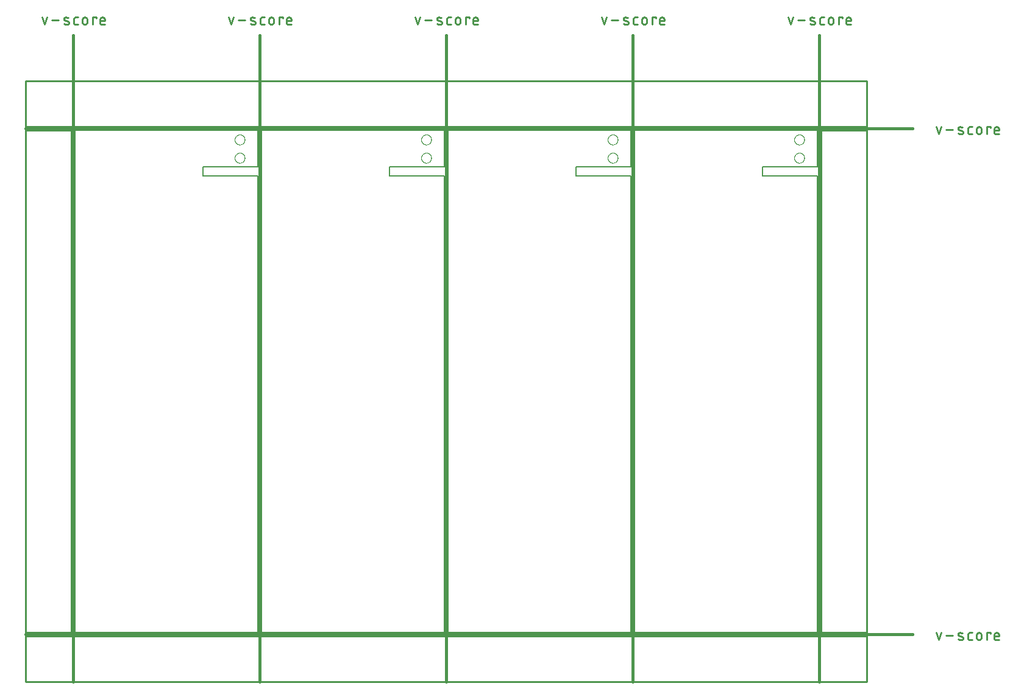
<source format=gko>
G04 EAGLE Gerber RS-274X export*
G75*
%MOMM*%
%FSLAX34Y34*%
%LPD*%
%IN*%
%IPPOS*%
%AMOC8*
5,1,8,0,0,1.08239X$1,22.5*%
G01*
%ADD10C,0.203200*%
%ADD11C,0.000000*%
%ADD12C,0.381000*%
%ADD13C,0.279400*%
%ADD14C,0.254000*%


D10*
X0Y0D02*
X0Y698500D01*
X254000Y698500D01*
X254000Y647700D01*
X254000Y635000D02*
X254000Y0D01*
X0Y0D01*
D11*
X221615Y685800D02*
X221617Y685971D01*
X221623Y686143D01*
X221634Y686314D01*
X221649Y686485D01*
X221668Y686655D01*
X221691Y686825D01*
X221718Y686994D01*
X221749Y687163D01*
X221785Y687330D01*
X221824Y687497D01*
X221868Y687663D01*
X221916Y687828D01*
X221968Y687991D01*
X222023Y688153D01*
X222083Y688314D01*
X222147Y688473D01*
X222214Y688631D01*
X222286Y688786D01*
X222361Y688941D01*
X222440Y689093D01*
X222522Y689243D01*
X222609Y689391D01*
X222699Y689537D01*
X222792Y689681D01*
X222889Y689822D01*
X222990Y689961D01*
X223093Y690097D01*
X223201Y690231D01*
X223311Y690362D01*
X223424Y690491D01*
X223541Y690616D01*
X223661Y690739D01*
X223784Y690859D01*
X223909Y690976D01*
X224038Y691089D01*
X224169Y691199D01*
X224303Y691307D01*
X224439Y691410D01*
X224578Y691511D01*
X224719Y691608D01*
X224863Y691701D01*
X225009Y691791D01*
X225157Y691878D01*
X225307Y691960D01*
X225459Y692039D01*
X225614Y692114D01*
X225769Y692186D01*
X225927Y692253D01*
X226086Y692317D01*
X226247Y692377D01*
X226409Y692432D01*
X226572Y692484D01*
X226737Y692532D01*
X226903Y692576D01*
X227070Y692615D01*
X227237Y692651D01*
X227406Y692682D01*
X227575Y692709D01*
X227745Y692732D01*
X227915Y692751D01*
X228086Y692766D01*
X228257Y692777D01*
X228429Y692783D01*
X228600Y692785D01*
X228771Y692783D01*
X228943Y692777D01*
X229114Y692766D01*
X229285Y692751D01*
X229455Y692732D01*
X229625Y692709D01*
X229794Y692682D01*
X229963Y692651D01*
X230130Y692615D01*
X230297Y692576D01*
X230463Y692532D01*
X230628Y692484D01*
X230791Y692432D01*
X230953Y692377D01*
X231114Y692317D01*
X231273Y692253D01*
X231431Y692186D01*
X231586Y692114D01*
X231741Y692039D01*
X231893Y691960D01*
X232043Y691878D01*
X232191Y691791D01*
X232337Y691701D01*
X232481Y691608D01*
X232622Y691511D01*
X232761Y691410D01*
X232897Y691307D01*
X233031Y691199D01*
X233162Y691089D01*
X233291Y690976D01*
X233416Y690859D01*
X233539Y690739D01*
X233659Y690616D01*
X233776Y690491D01*
X233889Y690362D01*
X233999Y690231D01*
X234107Y690097D01*
X234210Y689961D01*
X234311Y689822D01*
X234408Y689681D01*
X234501Y689537D01*
X234591Y689391D01*
X234678Y689243D01*
X234760Y689093D01*
X234839Y688941D01*
X234914Y688786D01*
X234986Y688631D01*
X235053Y688473D01*
X235117Y688314D01*
X235177Y688153D01*
X235232Y687991D01*
X235284Y687828D01*
X235332Y687663D01*
X235376Y687497D01*
X235415Y687330D01*
X235451Y687163D01*
X235482Y686994D01*
X235509Y686825D01*
X235532Y686655D01*
X235551Y686485D01*
X235566Y686314D01*
X235577Y686143D01*
X235583Y685971D01*
X235585Y685800D01*
X235583Y685629D01*
X235577Y685457D01*
X235566Y685286D01*
X235551Y685115D01*
X235532Y684945D01*
X235509Y684775D01*
X235482Y684606D01*
X235451Y684437D01*
X235415Y684270D01*
X235376Y684103D01*
X235332Y683937D01*
X235284Y683772D01*
X235232Y683609D01*
X235177Y683447D01*
X235117Y683286D01*
X235053Y683127D01*
X234986Y682969D01*
X234914Y682814D01*
X234839Y682659D01*
X234760Y682507D01*
X234678Y682357D01*
X234591Y682209D01*
X234501Y682063D01*
X234408Y681919D01*
X234311Y681778D01*
X234210Y681639D01*
X234107Y681503D01*
X233999Y681369D01*
X233889Y681238D01*
X233776Y681109D01*
X233659Y680984D01*
X233539Y680861D01*
X233416Y680741D01*
X233291Y680624D01*
X233162Y680511D01*
X233031Y680401D01*
X232897Y680293D01*
X232761Y680190D01*
X232622Y680089D01*
X232481Y679992D01*
X232337Y679899D01*
X232191Y679809D01*
X232043Y679722D01*
X231893Y679640D01*
X231741Y679561D01*
X231586Y679486D01*
X231431Y679414D01*
X231273Y679347D01*
X231114Y679283D01*
X230953Y679223D01*
X230791Y679168D01*
X230628Y679116D01*
X230463Y679068D01*
X230297Y679024D01*
X230130Y678985D01*
X229963Y678949D01*
X229794Y678918D01*
X229625Y678891D01*
X229455Y678868D01*
X229285Y678849D01*
X229114Y678834D01*
X228943Y678823D01*
X228771Y678817D01*
X228600Y678815D01*
X228429Y678817D01*
X228257Y678823D01*
X228086Y678834D01*
X227915Y678849D01*
X227745Y678868D01*
X227575Y678891D01*
X227406Y678918D01*
X227237Y678949D01*
X227070Y678985D01*
X226903Y679024D01*
X226737Y679068D01*
X226572Y679116D01*
X226409Y679168D01*
X226247Y679223D01*
X226086Y679283D01*
X225927Y679347D01*
X225769Y679414D01*
X225614Y679486D01*
X225459Y679561D01*
X225307Y679640D01*
X225157Y679722D01*
X225009Y679809D01*
X224863Y679899D01*
X224719Y679992D01*
X224578Y680089D01*
X224439Y680190D01*
X224303Y680293D01*
X224169Y680401D01*
X224038Y680511D01*
X223909Y680624D01*
X223784Y680741D01*
X223661Y680861D01*
X223541Y680984D01*
X223424Y681109D01*
X223311Y681238D01*
X223201Y681369D01*
X223093Y681503D01*
X222990Y681639D01*
X222889Y681778D01*
X222792Y681919D01*
X222699Y682063D01*
X222609Y682209D01*
X222522Y682357D01*
X222440Y682507D01*
X222361Y682659D01*
X222286Y682814D01*
X222214Y682969D01*
X222147Y683127D01*
X222083Y683286D01*
X222023Y683447D01*
X221968Y683609D01*
X221916Y683772D01*
X221868Y683937D01*
X221824Y684103D01*
X221785Y684270D01*
X221749Y684437D01*
X221718Y684606D01*
X221691Y684775D01*
X221668Y684945D01*
X221649Y685115D01*
X221634Y685286D01*
X221623Y685457D01*
X221617Y685629D01*
X221615Y685800D01*
X221615Y660400D02*
X221617Y660571D01*
X221623Y660743D01*
X221634Y660914D01*
X221649Y661085D01*
X221668Y661255D01*
X221691Y661425D01*
X221718Y661594D01*
X221749Y661763D01*
X221785Y661930D01*
X221824Y662097D01*
X221868Y662263D01*
X221916Y662428D01*
X221968Y662591D01*
X222023Y662753D01*
X222083Y662914D01*
X222147Y663073D01*
X222214Y663231D01*
X222286Y663386D01*
X222361Y663541D01*
X222440Y663693D01*
X222522Y663843D01*
X222609Y663991D01*
X222699Y664137D01*
X222792Y664281D01*
X222889Y664422D01*
X222990Y664561D01*
X223093Y664697D01*
X223201Y664831D01*
X223311Y664962D01*
X223424Y665091D01*
X223541Y665216D01*
X223661Y665339D01*
X223784Y665459D01*
X223909Y665576D01*
X224038Y665689D01*
X224169Y665799D01*
X224303Y665907D01*
X224439Y666010D01*
X224578Y666111D01*
X224719Y666208D01*
X224863Y666301D01*
X225009Y666391D01*
X225157Y666478D01*
X225307Y666560D01*
X225459Y666639D01*
X225614Y666714D01*
X225769Y666786D01*
X225927Y666853D01*
X226086Y666917D01*
X226247Y666977D01*
X226409Y667032D01*
X226572Y667084D01*
X226737Y667132D01*
X226903Y667176D01*
X227070Y667215D01*
X227237Y667251D01*
X227406Y667282D01*
X227575Y667309D01*
X227745Y667332D01*
X227915Y667351D01*
X228086Y667366D01*
X228257Y667377D01*
X228429Y667383D01*
X228600Y667385D01*
X228771Y667383D01*
X228943Y667377D01*
X229114Y667366D01*
X229285Y667351D01*
X229455Y667332D01*
X229625Y667309D01*
X229794Y667282D01*
X229963Y667251D01*
X230130Y667215D01*
X230297Y667176D01*
X230463Y667132D01*
X230628Y667084D01*
X230791Y667032D01*
X230953Y666977D01*
X231114Y666917D01*
X231273Y666853D01*
X231431Y666786D01*
X231586Y666714D01*
X231741Y666639D01*
X231893Y666560D01*
X232043Y666478D01*
X232191Y666391D01*
X232337Y666301D01*
X232481Y666208D01*
X232622Y666111D01*
X232761Y666010D01*
X232897Y665907D01*
X233031Y665799D01*
X233162Y665689D01*
X233291Y665576D01*
X233416Y665459D01*
X233539Y665339D01*
X233659Y665216D01*
X233776Y665091D01*
X233889Y664962D01*
X233999Y664831D01*
X234107Y664697D01*
X234210Y664561D01*
X234311Y664422D01*
X234408Y664281D01*
X234501Y664137D01*
X234591Y663991D01*
X234678Y663843D01*
X234760Y663693D01*
X234839Y663541D01*
X234914Y663386D01*
X234986Y663231D01*
X235053Y663073D01*
X235117Y662914D01*
X235177Y662753D01*
X235232Y662591D01*
X235284Y662428D01*
X235332Y662263D01*
X235376Y662097D01*
X235415Y661930D01*
X235451Y661763D01*
X235482Y661594D01*
X235509Y661425D01*
X235532Y661255D01*
X235551Y661085D01*
X235566Y660914D01*
X235577Y660743D01*
X235583Y660571D01*
X235585Y660400D01*
X235583Y660229D01*
X235577Y660057D01*
X235566Y659886D01*
X235551Y659715D01*
X235532Y659545D01*
X235509Y659375D01*
X235482Y659206D01*
X235451Y659037D01*
X235415Y658870D01*
X235376Y658703D01*
X235332Y658537D01*
X235284Y658372D01*
X235232Y658209D01*
X235177Y658047D01*
X235117Y657886D01*
X235053Y657727D01*
X234986Y657569D01*
X234914Y657414D01*
X234839Y657259D01*
X234760Y657107D01*
X234678Y656957D01*
X234591Y656809D01*
X234501Y656663D01*
X234408Y656519D01*
X234311Y656378D01*
X234210Y656239D01*
X234107Y656103D01*
X233999Y655969D01*
X233889Y655838D01*
X233776Y655709D01*
X233659Y655584D01*
X233539Y655461D01*
X233416Y655341D01*
X233291Y655224D01*
X233162Y655111D01*
X233031Y655001D01*
X232897Y654893D01*
X232761Y654790D01*
X232622Y654689D01*
X232481Y654592D01*
X232337Y654499D01*
X232191Y654409D01*
X232043Y654322D01*
X231893Y654240D01*
X231741Y654161D01*
X231586Y654086D01*
X231431Y654014D01*
X231273Y653947D01*
X231114Y653883D01*
X230953Y653823D01*
X230791Y653768D01*
X230628Y653716D01*
X230463Y653668D01*
X230297Y653624D01*
X230130Y653585D01*
X229963Y653549D01*
X229794Y653518D01*
X229625Y653491D01*
X229455Y653468D01*
X229285Y653449D01*
X229114Y653434D01*
X228943Y653423D01*
X228771Y653417D01*
X228600Y653415D01*
X228429Y653417D01*
X228257Y653423D01*
X228086Y653434D01*
X227915Y653449D01*
X227745Y653468D01*
X227575Y653491D01*
X227406Y653518D01*
X227237Y653549D01*
X227070Y653585D01*
X226903Y653624D01*
X226737Y653668D01*
X226572Y653716D01*
X226409Y653768D01*
X226247Y653823D01*
X226086Y653883D01*
X225927Y653947D01*
X225769Y654014D01*
X225614Y654086D01*
X225459Y654161D01*
X225307Y654240D01*
X225157Y654322D01*
X225009Y654409D01*
X224863Y654499D01*
X224719Y654592D01*
X224578Y654689D01*
X224439Y654790D01*
X224303Y654893D01*
X224169Y655001D01*
X224038Y655111D01*
X223909Y655224D01*
X223784Y655341D01*
X223661Y655461D01*
X223541Y655584D01*
X223424Y655709D01*
X223311Y655838D01*
X223201Y655969D01*
X223093Y656103D01*
X222990Y656239D01*
X222889Y656378D01*
X222792Y656519D01*
X222699Y656663D01*
X222609Y656809D01*
X222522Y656957D01*
X222440Y657107D01*
X222361Y657259D01*
X222286Y657414D01*
X222214Y657569D01*
X222147Y657727D01*
X222083Y657886D01*
X222023Y658047D01*
X221968Y658209D01*
X221916Y658372D01*
X221868Y658537D01*
X221824Y658703D01*
X221785Y658870D01*
X221749Y659037D01*
X221718Y659206D01*
X221691Y659375D01*
X221668Y659545D01*
X221649Y659715D01*
X221634Y659886D01*
X221623Y660057D01*
X221617Y660229D01*
X221615Y660400D01*
D10*
X254000Y647700D02*
X177800Y647700D01*
X177800Y635000D01*
X254000Y635000D01*
X259080Y698500D02*
X259080Y0D01*
X259080Y698500D02*
X513080Y698500D01*
X513080Y647700D01*
X513080Y635000D02*
X513080Y0D01*
X259080Y0D01*
D11*
X480695Y685800D02*
X480697Y685971D01*
X480703Y686143D01*
X480714Y686314D01*
X480729Y686485D01*
X480748Y686655D01*
X480771Y686825D01*
X480798Y686994D01*
X480829Y687163D01*
X480865Y687330D01*
X480904Y687497D01*
X480948Y687663D01*
X480996Y687828D01*
X481048Y687991D01*
X481103Y688153D01*
X481163Y688314D01*
X481227Y688473D01*
X481294Y688631D01*
X481366Y688786D01*
X481441Y688941D01*
X481520Y689093D01*
X481602Y689243D01*
X481689Y689391D01*
X481779Y689537D01*
X481872Y689681D01*
X481969Y689822D01*
X482070Y689961D01*
X482173Y690097D01*
X482281Y690231D01*
X482391Y690362D01*
X482504Y690491D01*
X482621Y690616D01*
X482741Y690739D01*
X482864Y690859D01*
X482989Y690976D01*
X483118Y691089D01*
X483249Y691199D01*
X483383Y691307D01*
X483519Y691410D01*
X483658Y691511D01*
X483799Y691608D01*
X483943Y691701D01*
X484089Y691791D01*
X484237Y691878D01*
X484387Y691960D01*
X484539Y692039D01*
X484694Y692114D01*
X484849Y692186D01*
X485007Y692253D01*
X485166Y692317D01*
X485327Y692377D01*
X485489Y692432D01*
X485652Y692484D01*
X485817Y692532D01*
X485983Y692576D01*
X486150Y692615D01*
X486317Y692651D01*
X486486Y692682D01*
X486655Y692709D01*
X486825Y692732D01*
X486995Y692751D01*
X487166Y692766D01*
X487337Y692777D01*
X487509Y692783D01*
X487680Y692785D01*
X487851Y692783D01*
X488023Y692777D01*
X488194Y692766D01*
X488365Y692751D01*
X488535Y692732D01*
X488705Y692709D01*
X488874Y692682D01*
X489043Y692651D01*
X489210Y692615D01*
X489377Y692576D01*
X489543Y692532D01*
X489708Y692484D01*
X489871Y692432D01*
X490033Y692377D01*
X490194Y692317D01*
X490353Y692253D01*
X490511Y692186D01*
X490666Y692114D01*
X490821Y692039D01*
X490973Y691960D01*
X491123Y691878D01*
X491271Y691791D01*
X491417Y691701D01*
X491561Y691608D01*
X491702Y691511D01*
X491841Y691410D01*
X491977Y691307D01*
X492111Y691199D01*
X492242Y691089D01*
X492371Y690976D01*
X492496Y690859D01*
X492619Y690739D01*
X492739Y690616D01*
X492856Y690491D01*
X492969Y690362D01*
X493079Y690231D01*
X493187Y690097D01*
X493290Y689961D01*
X493391Y689822D01*
X493488Y689681D01*
X493581Y689537D01*
X493671Y689391D01*
X493758Y689243D01*
X493840Y689093D01*
X493919Y688941D01*
X493994Y688786D01*
X494066Y688631D01*
X494133Y688473D01*
X494197Y688314D01*
X494257Y688153D01*
X494312Y687991D01*
X494364Y687828D01*
X494412Y687663D01*
X494456Y687497D01*
X494495Y687330D01*
X494531Y687163D01*
X494562Y686994D01*
X494589Y686825D01*
X494612Y686655D01*
X494631Y686485D01*
X494646Y686314D01*
X494657Y686143D01*
X494663Y685971D01*
X494665Y685800D01*
X494663Y685629D01*
X494657Y685457D01*
X494646Y685286D01*
X494631Y685115D01*
X494612Y684945D01*
X494589Y684775D01*
X494562Y684606D01*
X494531Y684437D01*
X494495Y684270D01*
X494456Y684103D01*
X494412Y683937D01*
X494364Y683772D01*
X494312Y683609D01*
X494257Y683447D01*
X494197Y683286D01*
X494133Y683127D01*
X494066Y682969D01*
X493994Y682814D01*
X493919Y682659D01*
X493840Y682507D01*
X493758Y682357D01*
X493671Y682209D01*
X493581Y682063D01*
X493488Y681919D01*
X493391Y681778D01*
X493290Y681639D01*
X493187Y681503D01*
X493079Y681369D01*
X492969Y681238D01*
X492856Y681109D01*
X492739Y680984D01*
X492619Y680861D01*
X492496Y680741D01*
X492371Y680624D01*
X492242Y680511D01*
X492111Y680401D01*
X491977Y680293D01*
X491841Y680190D01*
X491702Y680089D01*
X491561Y679992D01*
X491417Y679899D01*
X491271Y679809D01*
X491123Y679722D01*
X490973Y679640D01*
X490821Y679561D01*
X490666Y679486D01*
X490511Y679414D01*
X490353Y679347D01*
X490194Y679283D01*
X490033Y679223D01*
X489871Y679168D01*
X489708Y679116D01*
X489543Y679068D01*
X489377Y679024D01*
X489210Y678985D01*
X489043Y678949D01*
X488874Y678918D01*
X488705Y678891D01*
X488535Y678868D01*
X488365Y678849D01*
X488194Y678834D01*
X488023Y678823D01*
X487851Y678817D01*
X487680Y678815D01*
X487509Y678817D01*
X487337Y678823D01*
X487166Y678834D01*
X486995Y678849D01*
X486825Y678868D01*
X486655Y678891D01*
X486486Y678918D01*
X486317Y678949D01*
X486150Y678985D01*
X485983Y679024D01*
X485817Y679068D01*
X485652Y679116D01*
X485489Y679168D01*
X485327Y679223D01*
X485166Y679283D01*
X485007Y679347D01*
X484849Y679414D01*
X484694Y679486D01*
X484539Y679561D01*
X484387Y679640D01*
X484237Y679722D01*
X484089Y679809D01*
X483943Y679899D01*
X483799Y679992D01*
X483658Y680089D01*
X483519Y680190D01*
X483383Y680293D01*
X483249Y680401D01*
X483118Y680511D01*
X482989Y680624D01*
X482864Y680741D01*
X482741Y680861D01*
X482621Y680984D01*
X482504Y681109D01*
X482391Y681238D01*
X482281Y681369D01*
X482173Y681503D01*
X482070Y681639D01*
X481969Y681778D01*
X481872Y681919D01*
X481779Y682063D01*
X481689Y682209D01*
X481602Y682357D01*
X481520Y682507D01*
X481441Y682659D01*
X481366Y682814D01*
X481294Y682969D01*
X481227Y683127D01*
X481163Y683286D01*
X481103Y683447D01*
X481048Y683609D01*
X480996Y683772D01*
X480948Y683937D01*
X480904Y684103D01*
X480865Y684270D01*
X480829Y684437D01*
X480798Y684606D01*
X480771Y684775D01*
X480748Y684945D01*
X480729Y685115D01*
X480714Y685286D01*
X480703Y685457D01*
X480697Y685629D01*
X480695Y685800D01*
X480695Y660400D02*
X480697Y660571D01*
X480703Y660743D01*
X480714Y660914D01*
X480729Y661085D01*
X480748Y661255D01*
X480771Y661425D01*
X480798Y661594D01*
X480829Y661763D01*
X480865Y661930D01*
X480904Y662097D01*
X480948Y662263D01*
X480996Y662428D01*
X481048Y662591D01*
X481103Y662753D01*
X481163Y662914D01*
X481227Y663073D01*
X481294Y663231D01*
X481366Y663386D01*
X481441Y663541D01*
X481520Y663693D01*
X481602Y663843D01*
X481689Y663991D01*
X481779Y664137D01*
X481872Y664281D01*
X481969Y664422D01*
X482070Y664561D01*
X482173Y664697D01*
X482281Y664831D01*
X482391Y664962D01*
X482504Y665091D01*
X482621Y665216D01*
X482741Y665339D01*
X482864Y665459D01*
X482989Y665576D01*
X483118Y665689D01*
X483249Y665799D01*
X483383Y665907D01*
X483519Y666010D01*
X483658Y666111D01*
X483799Y666208D01*
X483943Y666301D01*
X484089Y666391D01*
X484237Y666478D01*
X484387Y666560D01*
X484539Y666639D01*
X484694Y666714D01*
X484849Y666786D01*
X485007Y666853D01*
X485166Y666917D01*
X485327Y666977D01*
X485489Y667032D01*
X485652Y667084D01*
X485817Y667132D01*
X485983Y667176D01*
X486150Y667215D01*
X486317Y667251D01*
X486486Y667282D01*
X486655Y667309D01*
X486825Y667332D01*
X486995Y667351D01*
X487166Y667366D01*
X487337Y667377D01*
X487509Y667383D01*
X487680Y667385D01*
X487851Y667383D01*
X488023Y667377D01*
X488194Y667366D01*
X488365Y667351D01*
X488535Y667332D01*
X488705Y667309D01*
X488874Y667282D01*
X489043Y667251D01*
X489210Y667215D01*
X489377Y667176D01*
X489543Y667132D01*
X489708Y667084D01*
X489871Y667032D01*
X490033Y666977D01*
X490194Y666917D01*
X490353Y666853D01*
X490511Y666786D01*
X490666Y666714D01*
X490821Y666639D01*
X490973Y666560D01*
X491123Y666478D01*
X491271Y666391D01*
X491417Y666301D01*
X491561Y666208D01*
X491702Y666111D01*
X491841Y666010D01*
X491977Y665907D01*
X492111Y665799D01*
X492242Y665689D01*
X492371Y665576D01*
X492496Y665459D01*
X492619Y665339D01*
X492739Y665216D01*
X492856Y665091D01*
X492969Y664962D01*
X493079Y664831D01*
X493187Y664697D01*
X493290Y664561D01*
X493391Y664422D01*
X493488Y664281D01*
X493581Y664137D01*
X493671Y663991D01*
X493758Y663843D01*
X493840Y663693D01*
X493919Y663541D01*
X493994Y663386D01*
X494066Y663231D01*
X494133Y663073D01*
X494197Y662914D01*
X494257Y662753D01*
X494312Y662591D01*
X494364Y662428D01*
X494412Y662263D01*
X494456Y662097D01*
X494495Y661930D01*
X494531Y661763D01*
X494562Y661594D01*
X494589Y661425D01*
X494612Y661255D01*
X494631Y661085D01*
X494646Y660914D01*
X494657Y660743D01*
X494663Y660571D01*
X494665Y660400D01*
X494663Y660229D01*
X494657Y660057D01*
X494646Y659886D01*
X494631Y659715D01*
X494612Y659545D01*
X494589Y659375D01*
X494562Y659206D01*
X494531Y659037D01*
X494495Y658870D01*
X494456Y658703D01*
X494412Y658537D01*
X494364Y658372D01*
X494312Y658209D01*
X494257Y658047D01*
X494197Y657886D01*
X494133Y657727D01*
X494066Y657569D01*
X493994Y657414D01*
X493919Y657259D01*
X493840Y657107D01*
X493758Y656957D01*
X493671Y656809D01*
X493581Y656663D01*
X493488Y656519D01*
X493391Y656378D01*
X493290Y656239D01*
X493187Y656103D01*
X493079Y655969D01*
X492969Y655838D01*
X492856Y655709D01*
X492739Y655584D01*
X492619Y655461D01*
X492496Y655341D01*
X492371Y655224D01*
X492242Y655111D01*
X492111Y655001D01*
X491977Y654893D01*
X491841Y654790D01*
X491702Y654689D01*
X491561Y654592D01*
X491417Y654499D01*
X491271Y654409D01*
X491123Y654322D01*
X490973Y654240D01*
X490821Y654161D01*
X490666Y654086D01*
X490511Y654014D01*
X490353Y653947D01*
X490194Y653883D01*
X490033Y653823D01*
X489871Y653768D01*
X489708Y653716D01*
X489543Y653668D01*
X489377Y653624D01*
X489210Y653585D01*
X489043Y653549D01*
X488874Y653518D01*
X488705Y653491D01*
X488535Y653468D01*
X488365Y653449D01*
X488194Y653434D01*
X488023Y653423D01*
X487851Y653417D01*
X487680Y653415D01*
X487509Y653417D01*
X487337Y653423D01*
X487166Y653434D01*
X486995Y653449D01*
X486825Y653468D01*
X486655Y653491D01*
X486486Y653518D01*
X486317Y653549D01*
X486150Y653585D01*
X485983Y653624D01*
X485817Y653668D01*
X485652Y653716D01*
X485489Y653768D01*
X485327Y653823D01*
X485166Y653883D01*
X485007Y653947D01*
X484849Y654014D01*
X484694Y654086D01*
X484539Y654161D01*
X484387Y654240D01*
X484237Y654322D01*
X484089Y654409D01*
X483943Y654499D01*
X483799Y654592D01*
X483658Y654689D01*
X483519Y654790D01*
X483383Y654893D01*
X483249Y655001D01*
X483118Y655111D01*
X482989Y655224D01*
X482864Y655341D01*
X482741Y655461D01*
X482621Y655584D01*
X482504Y655709D01*
X482391Y655838D01*
X482281Y655969D01*
X482173Y656103D01*
X482070Y656239D01*
X481969Y656378D01*
X481872Y656519D01*
X481779Y656663D01*
X481689Y656809D01*
X481602Y656957D01*
X481520Y657107D01*
X481441Y657259D01*
X481366Y657414D01*
X481294Y657569D01*
X481227Y657727D01*
X481163Y657886D01*
X481103Y658047D01*
X481048Y658209D01*
X480996Y658372D01*
X480948Y658537D01*
X480904Y658703D01*
X480865Y658870D01*
X480829Y659037D01*
X480798Y659206D01*
X480771Y659375D01*
X480748Y659545D01*
X480729Y659715D01*
X480714Y659886D01*
X480703Y660057D01*
X480697Y660229D01*
X480695Y660400D01*
D10*
X513080Y647700D02*
X436880Y647700D01*
X436880Y635000D01*
X513080Y635000D01*
X518160Y698500D02*
X518160Y0D01*
X518160Y698500D02*
X772160Y698500D01*
X772160Y647700D01*
X772160Y635000D02*
X772160Y0D01*
X518160Y0D01*
D11*
X739775Y685800D02*
X739777Y685971D01*
X739783Y686143D01*
X739794Y686314D01*
X739809Y686485D01*
X739828Y686655D01*
X739851Y686825D01*
X739878Y686994D01*
X739909Y687163D01*
X739945Y687330D01*
X739984Y687497D01*
X740028Y687663D01*
X740076Y687828D01*
X740128Y687991D01*
X740183Y688153D01*
X740243Y688314D01*
X740307Y688473D01*
X740374Y688631D01*
X740446Y688786D01*
X740521Y688941D01*
X740600Y689093D01*
X740682Y689243D01*
X740769Y689391D01*
X740859Y689537D01*
X740952Y689681D01*
X741049Y689822D01*
X741150Y689961D01*
X741253Y690097D01*
X741361Y690231D01*
X741471Y690362D01*
X741584Y690491D01*
X741701Y690616D01*
X741821Y690739D01*
X741944Y690859D01*
X742069Y690976D01*
X742198Y691089D01*
X742329Y691199D01*
X742463Y691307D01*
X742599Y691410D01*
X742738Y691511D01*
X742879Y691608D01*
X743023Y691701D01*
X743169Y691791D01*
X743317Y691878D01*
X743467Y691960D01*
X743619Y692039D01*
X743774Y692114D01*
X743929Y692186D01*
X744087Y692253D01*
X744246Y692317D01*
X744407Y692377D01*
X744569Y692432D01*
X744732Y692484D01*
X744897Y692532D01*
X745063Y692576D01*
X745230Y692615D01*
X745397Y692651D01*
X745566Y692682D01*
X745735Y692709D01*
X745905Y692732D01*
X746075Y692751D01*
X746246Y692766D01*
X746417Y692777D01*
X746589Y692783D01*
X746760Y692785D01*
X746931Y692783D01*
X747103Y692777D01*
X747274Y692766D01*
X747445Y692751D01*
X747615Y692732D01*
X747785Y692709D01*
X747954Y692682D01*
X748123Y692651D01*
X748290Y692615D01*
X748457Y692576D01*
X748623Y692532D01*
X748788Y692484D01*
X748951Y692432D01*
X749113Y692377D01*
X749274Y692317D01*
X749433Y692253D01*
X749591Y692186D01*
X749746Y692114D01*
X749901Y692039D01*
X750053Y691960D01*
X750203Y691878D01*
X750351Y691791D01*
X750497Y691701D01*
X750641Y691608D01*
X750782Y691511D01*
X750921Y691410D01*
X751057Y691307D01*
X751191Y691199D01*
X751322Y691089D01*
X751451Y690976D01*
X751576Y690859D01*
X751699Y690739D01*
X751819Y690616D01*
X751936Y690491D01*
X752049Y690362D01*
X752159Y690231D01*
X752267Y690097D01*
X752370Y689961D01*
X752471Y689822D01*
X752568Y689681D01*
X752661Y689537D01*
X752751Y689391D01*
X752838Y689243D01*
X752920Y689093D01*
X752999Y688941D01*
X753074Y688786D01*
X753146Y688631D01*
X753213Y688473D01*
X753277Y688314D01*
X753337Y688153D01*
X753392Y687991D01*
X753444Y687828D01*
X753492Y687663D01*
X753536Y687497D01*
X753575Y687330D01*
X753611Y687163D01*
X753642Y686994D01*
X753669Y686825D01*
X753692Y686655D01*
X753711Y686485D01*
X753726Y686314D01*
X753737Y686143D01*
X753743Y685971D01*
X753745Y685800D01*
X753743Y685629D01*
X753737Y685457D01*
X753726Y685286D01*
X753711Y685115D01*
X753692Y684945D01*
X753669Y684775D01*
X753642Y684606D01*
X753611Y684437D01*
X753575Y684270D01*
X753536Y684103D01*
X753492Y683937D01*
X753444Y683772D01*
X753392Y683609D01*
X753337Y683447D01*
X753277Y683286D01*
X753213Y683127D01*
X753146Y682969D01*
X753074Y682814D01*
X752999Y682659D01*
X752920Y682507D01*
X752838Y682357D01*
X752751Y682209D01*
X752661Y682063D01*
X752568Y681919D01*
X752471Y681778D01*
X752370Y681639D01*
X752267Y681503D01*
X752159Y681369D01*
X752049Y681238D01*
X751936Y681109D01*
X751819Y680984D01*
X751699Y680861D01*
X751576Y680741D01*
X751451Y680624D01*
X751322Y680511D01*
X751191Y680401D01*
X751057Y680293D01*
X750921Y680190D01*
X750782Y680089D01*
X750641Y679992D01*
X750497Y679899D01*
X750351Y679809D01*
X750203Y679722D01*
X750053Y679640D01*
X749901Y679561D01*
X749746Y679486D01*
X749591Y679414D01*
X749433Y679347D01*
X749274Y679283D01*
X749113Y679223D01*
X748951Y679168D01*
X748788Y679116D01*
X748623Y679068D01*
X748457Y679024D01*
X748290Y678985D01*
X748123Y678949D01*
X747954Y678918D01*
X747785Y678891D01*
X747615Y678868D01*
X747445Y678849D01*
X747274Y678834D01*
X747103Y678823D01*
X746931Y678817D01*
X746760Y678815D01*
X746589Y678817D01*
X746417Y678823D01*
X746246Y678834D01*
X746075Y678849D01*
X745905Y678868D01*
X745735Y678891D01*
X745566Y678918D01*
X745397Y678949D01*
X745230Y678985D01*
X745063Y679024D01*
X744897Y679068D01*
X744732Y679116D01*
X744569Y679168D01*
X744407Y679223D01*
X744246Y679283D01*
X744087Y679347D01*
X743929Y679414D01*
X743774Y679486D01*
X743619Y679561D01*
X743467Y679640D01*
X743317Y679722D01*
X743169Y679809D01*
X743023Y679899D01*
X742879Y679992D01*
X742738Y680089D01*
X742599Y680190D01*
X742463Y680293D01*
X742329Y680401D01*
X742198Y680511D01*
X742069Y680624D01*
X741944Y680741D01*
X741821Y680861D01*
X741701Y680984D01*
X741584Y681109D01*
X741471Y681238D01*
X741361Y681369D01*
X741253Y681503D01*
X741150Y681639D01*
X741049Y681778D01*
X740952Y681919D01*
X740859Y682063D01*
X740769Y682209D01*
X740682Y682357D01*
X740600Y682507D01*
X740521Y682659D01*
X740446Y682814D01*
X740374Y682969D01*
X740307Y683127D01*
X740243Y683286D01*
X740183Y683447D01*
X740128Y683609D01*
X740076Y683772D01*
X740028Y683937D01*
X739984Y684103D01*
X739945Y684270D01*
X739909Y684437D01*
X739878Y684606D01*
X739851Y684775D01*
X739828Y684945D01*
X739809Y685115D01*
X739794Y685286D01*
X739783Y685457D01*
X739777Y685629D01*
X739775Y685800D01*
X739775Y660400D02*
X739777Y660571D01*
X739783Y660743D01*
X739794Y660914D01*
X739809Y661085D01*
X739828Y661255D01*
X739851Y661425D01*
X739878Y661594D01*
X739909Y661763D01*
X739945Y661930D01*
X739984Y662097D01*
X740028Y662263D01*
X740076Y662428D01*
X740128Y662591D01*
X740183Y662753D01*
X740243Y662914D01*
X740307Y663073D01*
X740374Y663231D01*
X740446Y663386D01*
X740521Y663541D01*
X740600Y663693D01*
X740682Y663843D01*
X740769Y663991D01*
X740859Y664137D01*
X740952Y664281D01*
X741049Y664422D01*
X741150Y664561D01*
X741253Y664697D01*
X741361Y664831D01*
X741471Y664962D01*
X741584Y665091D01*
X741701Y665216D01*
X741821Y665339D01*
X741944Y665459D01*
X742069Y665576D01*
X742198Y665689D01*
X742329Y665799D01*
X742463Y665907D01*
X742599Y666010D01*
X742738Y666111D01*
X742879Y666208D01*
X743023Y666301D01*
X743169Y666391D01*
X743317Y666478D01*
X743467Y666560D01*
X743619Y666639D01*
X743774Y666714D01*
X743929Y666786D01*
X744087Y666853D01*
X744246Y666917D01*
X744407Y666977D01*
X744569Y667032D01*
X744732Y667084D01*
X744897Y667132D01*
X745063Y667176D01*
X745230Y667215D01*
X745397Y667251D01*
X745566Y667282D01*
X745735Y667309D01*
X745905Y667332D01*
X746075Y667351D01*
X746246Y667366D01*
X746417Y667377D01*
X746589Y667383D01*
X746760Y667385D01*
X746931Y667383D01*
X747103Y667377D01*
X747274Y667366D01*
X747445Y667351D01*
X747615Y667332D01*
X747785Y667309D01*
X747954Y667282D01*
X748123Y667251D01*
X748290Y667215D01*
X748457Y667176D01*
X748623Y667132D01*
X748788Y667084D01*
X748951Y667032D01*
X749113Y666977D01*
X749274Y666917D01*
X749433Y666853D01*
X749591Y666786D01*
X749746Y666714D01*
X749901Y666639D01*
X750053Y666560D01*
X750203Y666478D01*
X750351Y666391D01*
X750497Y666301D01*
X750641Y666208D01*
X750782Y666111D01*
X750921Y666010D01*
X751057Y665907D01*
X751191Y665799D01*
X751322Y665689D01*
X751451Y665576D01*
X751576Y665459D01*
X751699Y665339D01*
X751819Y665216D01*
X751936Y665091D01*
X752049Y664962D01*
X752159Y664831D01*
X752267Y664697D01*
X752370Y664561D01*
X752471Y664422D01*
X752568Y664281D01*
X752661Y664137D01*
X752751Y663991D01*
X752838Y663843D01*
X752920Y663693D01*
X752999Y663541D01*
X753074Y663386D01*
X753146Y663231D01*
X753213Y663073D01*
X753277Y662914D01*
X753337Y662753D01*
X753392Y662591D01*
X753444Y662428D01*
X753492Y662263D01*
X753536Y662097D01*
X753575Y661930D01*
X753611Y661763D01*
X753642Y661594D01*
X753669Y661425D01*
X753692Y661255D01*
X753711Y661085D01*
X753726Y660914D01*
X753737Y660743D01*
X753743Y660571D01*
X753745Y660400D01*
X753743Y660229D01*
X753737Y660057D01*
X753726Y659886D01*
X753711Y659715D01*
X753692Y659545D01*
X753669Y659375D01*
X753642Y659206D01*
X753611Y659037D01*
X753575Y658870D01*
X753536Y658703D01*
X753492Y658537D01*
X753444Y658372D01*
X753392Y658209D01*
X753337Y658047D01*
X753277Y657886D01*
X753213Y657727D01*
X753146Y657569D01*
X753074Y657414D01*
X752999Y657259D01*
X752920Y657107D01*
X752838Y656957D01*
X752751Y656809D01*
X752661Y656663D01*
X752568Y656519D01*
X752471Y656378D01*
X752370Y656239D01*
X752267Y656103D01*
X752159Y655969D01*
X752049Y655838D01*
X751936Y655709D01*
X751819Y655584D01*
X751699Y655461D01*
X751576Y655341D01*
X751451Y655224D01*
X751322Y655111D01*
X751191Y655001D01*
X751057Y654893D01*
X750921Y654790D01*
X750782Y654689D01*
X750641Y654592D01*
X750497Y654499D01*
X750351Y654409D01*
X750203Y654322D01*
X750053Y654240D01*
X749901Y654161D01*
X749746Y654086D01*
X749591Y654014D01*
X749433Y653947D01*
X749274Y653883D01*
X749113Y653823D01*
X748951Y653768D01*
X748788Y653716D01*
X748623Y653668D01*
X748457Y653624D01*
X748290Y653585D01*
X748123Y653549D01*
X747954Y653518D01*
X747785Y653491D01*
X747615Y653468D01*
X747445Y653449D01*
X747274Y653434D01*
X747103Y653423D01*
X746931Y653417D01*
X746760Y653415D01*
X746589Y653417D01*
X746417Y653423D01*
X746246Y653434D01*
X746075Y653449D01*
X745905Y653468D01*
X745735Y653491D01*
X745566Y653518D01*
X745397Y653549D01*
X745230Y653585D01*
X745063Y653624D01*
X744897Y653668D01*
X744732Y653716D01*
X744569Y653768D01*
X744407Y653823D01*
X744246Y653883D01*
X744087Y653947D01*
X743929Y654014D01*
X743774Y654086D01*
X743619Y654161D01*
X743467Y654240D01*
X743317Y654322D01*
X743169Y654409D01*
X743023Y654499D01*
X742879Y654592D01*
X742738Y654689D01*
X742599Y654790D01*
X742463Y654893D01*
X742329Y655001D01*
X742198Y655111D01*
X742069Y655224D01*
X741944Y655341D01*
X741821Y655461D01*
X741701Y655584D01*
X741584Y655709D01*
X741471Y655838D01*
X741361Y655969D01*
X741253Y656103D01*
X741150Y656239D01*
X741049Y656378D01*
X740952Y656519D01*
X740859Y656663D01*
X740769Y656809D01*
X740682Y656957D01*
X740600Y657107D01*
X740521Y657259D01*
X740446Y657414D01*
X740374Y657569D01*
X740307Y657727D01*
X740243Y657886D01*
X740183Y658047D01*
X740128Y658209D01*
X740076Y658372D01*
X740028Y658537D01*
X739984Y658703D01*
X739945Y658870D01*
X739909Y659037D01*
X739878Y659206D01*
X739851Y659375D01*
X739828Y659545D01*
X739809Y659715D01*
X739794Y659886D01*
X739783Y660057D01*
X739777Y660229D01*
X739775Y660400D01*
D10*
X772160Y647700D02*
X695960Y647700D01*
X695960Y635000D01*
X772160Y635000D01*
X777240Y698500D02*
X777240Y0D01*
X777240Y698500D02*
X1031240Y698500D01*
X1031240Y647700D01*
X1031240Y635000D02*
X1031240Y0D01*
X777240Y0D01*
D11*
X998855Y685800D02*
X998857Y685971D01*
X998863Y686143D01*
X998874Y686314D01*
X998889Y686485D01*
X998908Y686655D01*
X998931Y686825D01*
X998958Y686994D01*
X998989Y687163D01*
X999025Y687330D01*
X999064Y687497D01*
X999108Y687663D01*
X999156Y687828D01*
X999208Y687991D01*
X999263Y688153D01*
X999323Y688314D01*
X999387Y688473D01*
X999454Y688631D01*
X999526Y688786D01*
X999601Y688941D01*
X999680Y689093D01*
X999762Y689243D01*
X999849Y689391D01*
X999939Y689537D01*
X1000032Y689681D01*
X1000129Y689822D01*
X1000230Y689961D01*
X1000333Y690097D01*
X1000441Y690231D01*
X1000551Y690362D01*
X1000664Y690491D01*
X1000781Y690616D01*
X1000901Y690739D01*
X1001024Y690859D01*
X1001149Y690976D01*
X1001278Y691089D01*
X1001409Y691199D01*
X1001543Y691307D01*
X1001679Y691410D01*
X1001818Y691511D01*
X1001959Y691608D01*
X1002103Y691701D01*
X1002249Y691791D01*
X1002397Y691878D01*
X1002547Y691960D01*
X1002699Y692039D01*
X1002854Y692114D01*
X1003009Y692186D01*
X1003167Y692253D01*
X1003326Y692317D01*
X1003487Y692377D01*
X1003649Y692432D01*
X1003812Y692484D01*
X1003977Y692532D01*
X1004143Y692576D01*
X1004310Y692615D01*
X1004477Y692651D01*
X1004646Y692682D01*
X1004815Y692709D01*
X1004985Y692732D01*
X1005155Y692751D01*
X1005326Y692766D01*
X1005497Y692777D01*
X1005669Y692783D01*
X1005840Y692785D01*
X1006011Y692783D01*
X1006183Y692777D01*
X1006354Y692766D01*
X1006525Y692751D01*
X1006695Y692732D01*
X1006865Y692709D01*
X1007034Y692682D01*
X1007203Y692651D01*
X1007370Y692615D01*
X1007537Y692576D01*
X1007703Y692532D01*
X1007868Y692484D01*
X1008031Y692432D01*
X1008193Y692377D01*
X1008354Y692317D01*
X1008513Y692253D01*
X1008671Y692186D01*
X1008826Y692114D01*
X1008981Y692039D01*
X1009133Y691960D01*
X1009283Y691878D01*
X1009431Y691791D01*
X1009577Y691701D01*
X1009721Y691608D01*
X1009862Y691511D01*
X1010001Y691410D01*
X1010137Y691307D01*
X1010271Y691199D01*
X1010402Y691089D01*
X1010531Y690976D01*
X1010656Y690859D01*
X1010779Y690739D01*
X1010899Y690616D01*
X1011016Y690491D01*
X1011129Y690362D01*
X1011239Y690231D01*
X1011347Y690097D01*
X1011450Y689961D01*
X1011551Y689822D01*
X1011648Y689681D01*
X1011741Y689537D01*
X1011831Y689391D01*
X1011918Y689243D01*
X1012000Y689093D01*
X1012079Y688941D01*
X1012154Y688786D01*
X1012226Y688631D01*
X1012293Y688473D01*
X1012357Y688314D01*
X1012417Y688153D01*
X1012472Y687991D01*
X1012524Y687828D01*
X1012572Y687663D01*
X1012616Y687497D01*
X1012655Y687330D01*
X1012691Y687163D01*
X1012722Y686994D01*
X1012749Y686825D01*
X1012772Y686655D01*
X1012791Y686485D01*
X1012806Y686314D01*
X1012817Y686143D01*
X1012823Y685971D01*
X1012825Y685800D01*
X1012823Y685629D01*
X1012817Y685457D01*
X1012806Y685286D01*
X1012791Y685115D01*
X1012772Y684945D01*
X1012749Y684775D01*
X1012722Y684606D01*
X1012691Y684437D01*
X1012655Y684270D01*
X1012616Y684103D01*
X1012572Y683937D01*
X1012524Y683772D01*
X1012472Y683609D01*
X1012417Y683447D01*
X1012357Y683286D01*
X1012293Y683127D01*
X1012226Y682969D01*
X1012154Y682814D01*
X1012079Y682659D01*
X1012000Y682507D01*
X1011918Y682357D01*
X1011831Y682209D01*
X1011741Y682063D01*
X1011648Y681919D01*
X1011551Y681778D01*
X1011450Y681639D01*
X1011347Y681503D01*
X1011239Y681369D01*
X1011129Y681238D01*
X1011016Y681109D01*
X1010899Y680984D01*
X1010779Y680861D01*
X1010656Y680741D01*
X1010531Y680624D01*
X1010402Y680511D01*
X1010271Y680401D01*
X1010137Y680293D01*
X1010001Y680190D01*
X1009862Y680089D01*
X1009721Y679992D01*
X1009577Y679899D01*
X1009431Y679809D01*
X1009283Y679722D01*
X1009133Y679640D01*
X1008981Y679561D01*
X1008826Y679486D01*
X1008671Y679414D01*
X1008513Y679347D01*
X1008354Y679283D01*
X1008193Y679223D01*
X1008031Y679168D01*
X1007868Y679116D01*
X1007703Y679068D01*
X1007537Y679024D01*
X1007370Y678985D01*
X1007203Y678949D01*
X1007034Y678918D01*
X1006865Y678891D01*
X1006695Y678868D01*
X1006525Y678849D01*
X1006354Y678834D01*
X1006183Y678823D01*
X1006011Y678817D01*
X1005840Y678815D01*
X1005669Y678817D01*
X1005497Y678823D01*
X1005326Y678834D01*
X1005155Y678849D01*
X1004985Y678868D01*
X1004815Y678891D01*
X1004646Y678918D01*
X1004477Y678949D01*
X1004310Y678985D01*
X1004143Y679024D01*
X1003977Y679068D01*
X1003812Y679116D01*
X1003649Y679168D01*
X1003487Y679223D01*
X1003326Y679283D01*
X1003167Y679347D01*
X1003009Y679414D01*
X1002854Y679486D01*
X1002699Y679561D01*
X1002547Y679640D01*
X1002397Y679722D01*
X1002249Y679809D01*
X1002103Y679899D01*
X1001959Y679992D01*
X1001818Y680089D01*
X1001679Y680190D01*
X1001543Y680293D01*
X1001409Y680401D01*
X1001278Y680511D01*
X1001149Y680624D01*
X1001024Y680741D01*
X1000901Y680861D01*
X1000781Y680984D01*
X1000664Y681109D01*
X1000551Y681238D01*
X1000441Y681369D01*
X1000333Y681503D01*
X1000230Y681639D01*
X1000129Y681778D01*
X1000032Y681919D01*
X999939Y682063D01*
X999849Y682209D01*
X999762Y682357D01*
X999680Y682507D01*
X999601Y682659D01*
X999526Y682814D01*
X999454Y682969D01*
X999387Y683127D01*
X999323Y683286D01*
X999263Y683447D01*
X999208Y683609D01*
X999156Y683772D01*
X999108Y683937D01*
X999064Y684103D01*
X999025Y684270D01*
X998989Y684437D01*
X998958Y684606D01*
X998931Y684775D01*
X998908Y684945D01*
X998889Y685115D01*
X998874Y685286D01*
X998863Y685457D01*
X998857Y685629D01*
X998855Y685800D01*
X998855Y660400D02*
X998857Y660571D01*
X998863Y660743D01*
X998874Y660914D01*
X998889Y661085D01*
X998908Y661255D01*
X998931Y661425D01*
X998958Y661594D01*
X998989Y661763D01*
X999025Y661930D01*
X999064Y662097D01*
X999108Y662263D01*
X999156Y662428D01*
X999208Y662591D01*
X999263Y662753D01*
X999323Y662914D01*
X999387Y663073D01*
X999454Y663231D01*
X999526Y663386D01*
X999601Y663541D01*
X999680Y663693D01*
X999762Y663843D01*
X999849Y663991D01*
X999939Y664137D01*
X1000032Y664281D01*
X1000129Y664422D01*
X1000230Y664561D01*
X1000333Y664697D01*
X1000441Y664831D01*
X1000551Y664962D01*
X1000664Y665091D01*
X1000781Y665216D01*
X1000901Y665339D01*
X1001024Y665459D01*
X1001149Y665576D01*
X1001278Y665689D01*
X1001409Y665799D01*
X1001543Y665907D01*
X1001679Y666010D01*
X1001818Y666111D01*
X1001959Y666208D01*
X1002103Y666301D01*
X1002249Y666391D01*
X1002397Y666478D01*
X1002547Y666560D01*
X1002699Y666639D01*
X1002854Y666714D01*
X1003009Y666786D01*
X1003167Y666853D01*
X1003326Y666917D01*
X1003487Y666977D01*
X1003649Y667032D01*
X1003812Y667084D01*
X1003977Y667132D01*
X1004143Y667176D01*
X1004310Y667215D01*
X1004477Y667251D01*
X1004646Y667282D01*
X1004815Y667309D01*
X1004985Y667332D01*
X1005155Y667351D01*
X1005326Y667366D01*
X1005497Y667377D01*
X1005669Y667383D01*
X1005840Y667385D01*
X1006011Y667383D01*
X1006183Y667377D01*
X1006354Y667366D01*
X1006525Y667351D01*
X1006695Y667332D01*
X1006865Y667309D01*
X1007034Y667282D01*
X1007203Y667251D01*
X1007370Y667215D01*
X1007537Y667176D01*
X1007703Y667132D01*
X1007868Y667084D01*
X1008031Y667032D01*
X1008193Y666977D01*
X1008354Y666917D01*
X1008513Y666853D01*
X1008671Y666786D01*
X1008826Y666714D01*
X1008981Y666639D01*
X1009133Y666560D01*
X1009283Y666478D01*
X1009431Y666391D01*
X1009577Y666301D01*
X1009721Y666208D01*
X1009862Y666111D01*
X1010001Y666010D01*
X1010137Y665907D01*
X1010271Y665799D01*
X1010402Y665689D01*
X1010531Y665576D01*
X1010656Y665459D01*
X1010779Y665339D01*
X1010899Y665216D01*
X1011016Y665091D01*
X1011129Y664962D01*
X1011239Y664831D01*
X1011347Y664697D01*
X1011450Y664561D01*
X1011551Y664422D01*
X1011648Y664281D01*
X1011741Y664137D01*
X1011831Y663991D01*
X1011918Y663843D01*
X1012000Y663693D01*
X1012079Y663541D01*
X1012154Y663386D01*
X1012226Y663231D01*
X1012293Y663073D01*
X1012357Y662914D01*
X1012417Y662753D01*
X1012472Y662591D01*
X1012524Y662428D01*
X1012572Y662263D01*
X1012616Y662097D01*
X1012655Y661930D01*
X1012691Y661763D01*
X1012722Y661594D01*
X1012749Y661425D01*
X1012772Y661255D01*
X1012791Y661085D01*
X1012806Y660914D01*
X1012817Y660743D01*
X1012823Y660571D01*
X1012825Y660400D01*
X1012823Y660229D01*
X1012817Y660057D01*
X1012806Y659886D01*
X1012791Y659715D01*
X1012772Y659545D01*
X1012749Y659375D01*
X1012722Y659206D01*
X1012691Y659037D01*
X1012655Y658870D01*
X1012616Y658703D01*
X1012572Y658537D01*
X1012524Y658372D01*
X1012472Y658209D01*
X1012417Y658047D01*
X1012357Y657886D01*
X1012293Y657727D01*
X1012226Y657569D01*
X1012154Y657414D01*
X1012079Y657259D01*
X1012000Y657107D01*
X1011918Y656957D01*
X1011831Y656809D01*
X1011741Y656663D01*
X1011648Y656519D01*
X1011551Y656378D01*
X1011450Y656239D01*
X1011347Y656103D01*
X1011239Y655969D01*
X1011129Y655838D01*
X1011016Y655709D01*
X1010899Y655584D01*
X1010779Y655461D01*
X1010656Y655341D01*
X1010531Y655224D01*
X1010402Y655111D01*
X1010271Y655001D01*
X1010137Y654893D01*
X1010001Y654790D01*
X1009862Y654689D01*
X1009721Y654592D01*
X1009577Y654499D01*
X1009431Y654409D01*
X1009283Y654322D01*
X1009133Y654240D01*
X1008981Y654161D01*
X1008826Y654086D01*
X1008671Y654014D01*
X1008513Y653947D01*
X1008354Y653883D01*
X1008193Y653823D01*
X1008031Y653768D01*
X1007868Y653716D01*
X1007703Y653668D01*
X1007537Y653624D01*
X1007370Y653585D01*
X1007203Y653549D01*
X1007034Y653518D01*
X1006865Y653491D01*
X1006695Y653468D01*
X1006525Y653449D01*
X1006354Y653434D01*
X1006183Y653423D01*
X1006011Y653417D01*
X1005840Y653415D01*
X1005669Y653417D01*
X1005497Y653423D01*
X1005326Y653434D01*
X1005155Y653449D01*
X1004985Y653468D01*
X1004815Y653491D01*
X1004646Y653518D01*
X1004477Y653549D01*
X1004310Y653585D01*
X1004143Y653624D01*
X1003977Y653668D01*
X1003812Y653716D01*
X1003649Y653768D01*
X1003487Y653823D01*
X1003326Y653883D01*
X1003167Y653947D01*
X1003009Y654014D01*
X1002854Y654086D01*
X1002699Y654161D01*
X1002547Y654240D01*
X1002397Y654322D01*
X1002249Y654409D01*
X1002103Y654499D01*
X1001959Y654592D01*
X1001818Y654689D01*
X1001679Y654790D01*
X1001543Y654893D01*
X1001409Y655001D01*
X1001278Y655111D01*
X1001149Y655224D01*
X1001024Y655341D01*
X1000901Y655461D01*
X1000781Y655584D01*
X1000664Y655709D01*
X1000551Y655838D01*
X1000441Y655969D01*
X1000333Y656103D01*
X1000230Y656239D01*
X1000129Y656378D01*
X1000032Y656519D01*
X999939Y656663D01*
X999849Y656809D01*
X999762Y656957D01*
X999680Y657107D01*
X999601Y657259D01*
X999526Y657414D01*
X999454Y657569D01*
X999387Y657727D01*
X999323Y657886D01*
X999263Y658047D01*
X999208Y658209D01*
X999156Y658372D01*
X999108Y658537D01*
X999064Y658703D01*
X999025Y658870D01*
X998989Y659037D01*
X998958Y659206D01*
X998931Y659375D01*
X998908Y659545D01*
X998889Y659715D01*
X998874Y659886D01*
X998863Y660057D01*
X998857Y660229D01*
X998855Y660400D01*
D10*
X1031240Y647700D02*
X955040Y647700D01*
X955040Y635000D01*
X1031240Y635000D01*
D12*
X-2540Y830580D02*
X-2540Y-68580D01*
D13*
X-42921Y845947D02*
X-46251Y855938D01*
X-39590Y855938D02*
X-42921Y845947D01*
X-32806Y851775D02*
X-22815Y851775D01*
X-14261Y851775D02*
X-10098Y850110D01*
X-14261Y851774D02*
X-14346Y851810D01*
X-14429Y851850D01*
X-14510Y851893D01*
X-14590Y851940D01*
X-14667Y851990D01*
X-14743Y852043D01*
X-14816Y852099D01*
X-14886Y852159D01*
X-14954Y852221D01*
X-15019Y852286D01*
X-15081Y852354D01*
X-15141Y852425D01*
X-15197Y852498D01*
X-15250Y852573D01*
X-15300Y852651D01*
X-15346Y852730D01*
X-15389Y852812D01*
X-15429Y852895D01*
X-15465Y852980D01*
X-15497Y853066D01*
X-15526Y853154D01*
X-15550Y853243D01*
X-15571Y853333D01*
X-15588Y853423D01*
X-15602Y853514D01*
X-15611Y853606D01*
X-15616Y853698D01*
X-15618Y853790D01*
X-15616Y853882D01*
X-15609Y853974D01*
X-15599Y854066D01*
X-15585Y854157D01*
X-15567Y854248D01*
X-15545Y854337D01*
X-15519Y854426D01*
X-15489Y854513D01*
X-15456Y854599D01*
X-15419Y854683D01*
X-15379Y854766D01*
X-15335Y854847D01*
X-15288Y854926D01*
X-15237Y855003D01*
X-15183Y855078D01*
X-15126Y855151D01*
X-15066Y855221D01*
X-15003Y855288D01*
X-14937Y855352D01*
X-14869Y855414D01*
X-14798Y855473D01*
X-14724Y855528D01*
X-14648Y855581D01*
X-14570Y855630D01*
X-14490Y855676D01*
X-14409Y855718D01*
X-14325Y855757D01*
X-14240Y855792D01*
X-14153Y855823D01*
X-14065Y855851D01*
X-13976Y855875D01*
X-13886Y855895D01*
X-13796Y855912D01*
X-13704Y855924D01*
X-13612Y855933D01*
X-13520Y855937D01*
X-13428Y855938D01*
X-13201Y855932D01*
X-12974Y855921D01*
X-12747Y855904D01*
X-12521Y855881D01*
X-12295Y855854D01*
X-12070Y855820D01*
X-11846Y855782D01*
X-11623Y855738D01*
X-11401Y855689D01*
X-11180Y855634D01*
X-10961Y855574D01*
X-10743Y855509D01*
X-10527Y855438D01*
X-10313Y855363D01*
X-10100Y855282D01*
X-9890Y855196D01*
X-9681Y855105D01*
X-10098Y850110D02*
X-10013Y850074D01*
X-9930Y850034D01*
X-9849Y849991D01*
X-9769Y849944D01*
X-9692Y849894D01*
X-9616Y849841D01*
X-9543Y849785D01*
X-9473Y849725D01*
X-9405Y849663D01*
X-9340Y849598D01*
X-9278Y849530D01*
X-9218Y849459D01*
X-9162Y849386D01*
X-9109Y849311D01*
X-9059Y849233D01*
X-9013Y849154D01*
X-8970Y849072D01*
X-8930Y848989D01*
X-8894Y848904D01*
X-8862Y848818D01*
X-8833Y848730D01*
X-8809Y848641D01*
X-8788Y848551D01*
X-8771Y848461D01*
X-8757Y848370D01*
X-8748Y848278D01*
X-8743Y848186D01*
X-8741Y848094D01*
X-8743Y848002D01*
X-8750Y847910D01*
X-8760Y847818D01*
X-8774Y847727D01*
X-8792Y847636D01*
X-8814Y847547D01*
X-8840Y847458D01*
X-8870Y847371D01*
X-8903Y847285D01*
X-8940Y847201D01*
X-8980Y847118D01*
X-9024Y847037D01*
X-9071Y846958D01*
X-9122Y846881D01*
X-9176Y846806D01*
X-9233Y846733D01*
X-9293Y846663D01*
X-9356Y846596D01*
X-9422Y846532D01*
X-9490Y846470D01*
X-9561Y846411D01*
X-9635Y846356D01*
X-9711Y846303D01*
X-9789Y846254D01*
X-9869Y846208D01*
X-9950Y846166D01*
X-10034Y846127D01*
X-10119Y846092D01*
X-10206Y846061D01*
X-10294Y846033D01*
X-10383Y846009D01*
X-10473Y845989D01*
X-10563Y845972D01*
X-10655Y845960D01*
X-10747Y845951D01*
X-10839Y845947D01*
X-10931Y845946D01*
X-10931Y845947D02*
X-11265Y845956D01*
X-11598Y845973D01*
X-11931Y845997D01*
X-12264Y846030D01*
X-12595Y846070D01*
X-12926Y846118D01*
X-13255Y846174D01*
X-13583Y846237D01*
X-13909Y846309D01*
X-14233Y846388D01*
X-14556Y846474D01*
X-14876Y846569D01*
X-15194Y846671D01*
X-15510Y846780D01*
X562Y845947D02*
X3892Y845947D01*
X562Y845947D02*
X464Y845949D01*
X366Y845955D01*
X268Y845964D01*
X171Y845978D01*
X75Y845995D01*
X-21Y846016D01*
X-116Y846041D01*
X-210Y846069D01*
X-303Y846101D01*
X-394Y846137D01*
X-484Y846176D01*
X-572Y846219D01*
X-659Y846266D01*
X-743Y846315D01*
X-826Y846368D01*
X-906Y846424D01*
X-985Y846483D01*
X-1060Y846546D01*
X-1134Y846611D01*
X-1204Y846679D01*
X-1272Y846749D01*
X-1338Y846823D01*
X-1400Y846899D01*
X-1459Y846977D01*
X-1515Y847057D01*
X-1568Y847140D01*
X-1618Y847224D01*
X-1664Y847311D01*
X-1707Y847399D01*
X-1746Y847489D01*
X-1782Y847580D01*
X-1814Y847673D01*
X-1842Y847767D01*
X-1867Y847862D01*
X-1888Y847958D01*
X-1905Y848054D01*
X-1919Y848151D01*
X-1928Y848249D01*
X-1934Y848347D01*
X-1936Y848445D01*
X-1936Y853440D01*
X-1934Y853538D01*
X-1928Y853636D01*
X-1919Y853734D01*
X-1905Y853831D01*
X-1888Y853927D01*
X-1867Y854023D01*
X-1842Y854118D01*
X-1814Y854212D01*
X-1782Y854305D01*
X-1746Y854396D01*
X-1707Y854486D01*
X-1664Y854574D01*
X-1617Y854661D01*
X-1568Y854745D01*
X-1515Y854828D01*
X-1459Y854908D01*
X-1400Y854986D01*
X-1337Y855062D01*
X-1272Y855136D01*
X-1204Y855206D01*
X-1134Y855274D01*
X-1060Y855339D01*
X-984Y855402D01*
X-906Y855461D01*
X-826Y855517D01*
X-743Y855570D01*
X-659Y855619D01*
X-572Y855666D01*
X-484Y855709D01*
X-394Y855748D01*
X-303Y855784D01*
X-210Y855816D01*
X-116Y855844D01*
X-21Y855869D01*
X75Y855890D01*
X171Y855907D01*
X268Y855921D01*
X366Y855930D01*
X464Y855936D01*
X562Y855938D01*
X3892Y855938D01*
X10022Y852607D02*
X10022Y849277D01*
X10022Y852607D02*
X10024Y852721D01*
X10030Y852834D01*
X10039Y852948D01*
X10053Y853060D01*
X10070Y853173D01*
X10092Y853285D01*
X10117Y853395D01*
X10145Y853505D01*
X10178Y853614D01*
X10214Y853722D01*
X10254Y853829D01*
X10298Y853934D01*
X10345Y854037D01*
X10395Y854139D01*
X10449Y854239D01*
X10507Y854337D01*
X10568Y854433D01*
X10631Y854527D01*
X10699Y854619D01*
X10769Y854709D01*
X10842Y854795D01*
X10918Y854880D01*
X10997Y854962D01*
X11079Y855041D01*
X11164Y855117D01*
X11250Y855190D01*
X11340Y855260D01*
X11432Y855328D01*
X11526Y855391D01*
X11622Y855452D01*
X11720Y855510D01*
X11820Y855564D01*
X11922Y855614D01*
X12025Y855661D01*
X12130Y855705D01*
X12237Y855745D01*
X12345Y855781D01*
X12454Y855814D01*
X12564Y855842D01*
X12674Y855867D01*
X12786Y855889D01*
X12899Y855906D01*
X13011Y855920D01*
X13125Y855929D01*
X13238Y855935D01*
X13352Y855937D01*
X13466Y855935D01*
X13579Y855929D01*
X13693Y855920D01*
X13805Y855906D01*
X13918Y855889D01*
X14030Y855867D01*
X14140Y855842D01*
X14250Y855814D01*
X14359Y855781D01*
X14467Y855745D01*
X14574Y855705D01*
X14679Y855661D01*
X14782Y855614D01*
X14884Y855564D01*
X14984Y855510D01*
X15082Y855452D01*
X15178Y855391D01*
X15272Y855328D01*
X15364Y855260D01*
X15454Y855190D01*
X15540Y855117D01*
X15625Y855041D01*
X15707Y854962D01*
X15786Y854880D01*
X15862Y854795D01*
X15935Y854709D01*
X16005Y854619D01*
X16073Y854527D01*
X16136Y854433D01*
X16197Y854337D01*
X16255Y854239D01*
X16309Y854139D01*
X16359Y854037D01*
X16406Y853934D01*
X16450Y853829D01*
X16490Y853722D01*
X16526Y853614D01*
X16559Y853505D01*
X16587Y853395D01*
X16612Y853285D01*
X16634Y853173D01*
X16651Y853060D01*
X16665Y852948D01*
X16674Y852834D01*
X16680Y852721D01*
X16682Y852607D01*
X16682Y849277D01*
X16680Y849163D01*
X16674Y849050D01*
X16665Y848936D01*
X16651Y848824D01*
X16634Y848711D01*
X16612Y848599D01*
X16587Y848489D01*
X16559Y848379D01*
X16526Y848270D01*
X16490Y848162D01*
X16450Y848055D01*
X16406Y847950D01*
X16359Y847847D01*
X16309Y847745D01*
X16255Y847645D01*
X16197Y847547D01*
X16136Y847451D01*
X16073Y847357D01*
X16005Y847265D01*
X15935Y847175D01*
X15862Y847089D01*
X15786Y847004D01*
X15707Y846922D01*
X15625Y846843D01*
X15540Y846767D01*
X15454Y846694D01*
X15364Y846624D01*
X15272Y846556D01*
X15178Y846493D01*
X15082Y846432D01*
X14984Y846374D01*
X14884Y846320D01*
X14782Y846270D01*
X14679Y846223D01*
X14574Y846179D01*
X14467Y846139D01*
X14359Y846103D01*
X14250Y846070D01*
X14140Y846042D01*
X14030Y846017D01*
X13918Y845995D01*
X13805Y845978D01*
X13693Y845964D01*
X13579Y845955D01*
X13466Y845949D01*
X13352Y845947D01*
X13238Y845949D01*
X13125Y845955D01*
X13011Y845964D01*
X12899Y845978D01*
X12786Y845995D01*
X12674Y846017D01*
X12564Y846042D01*
X12454Y846070D01*
X12345Y846103D01*
X12237Y846139D01*
X12130Y846179D01*
X12025Y846223D01*
X11922Y846270D01*
X11820Y846320D01*
X11720Y846374D01*
X11622Y846432D01*
X11526Y846493D01*
X11432Y846556D01*
X11340Y846624D01*
X11250Y846694D01*
X11164Y846767D01*
X11079Y846843D01*
X10997Y846922D01*
X10918Y847004D01*
X10842Y847089D01*
X10769Y847175D01*
X10699Y847265D01*
X10631Y847357D01*
X10568Y847451D01*
X10507Y847547D01*
X10449Y847645D01*
X10395Y847745D01*
X10345Y847847D01*
X10298Y847950D01*
X10254Y848055D01*
X10214Y848162D01*
X10178Y848270D01*
X10145Y848379D01*
X10117Y848489D01*
X10092Y848599D01*
X10070Y848711D01*
X10053Y848824D01*
X10039Y848936D01*
X10030Y849050D01*
X10024Y849163D01*
X10022Y849277D01*
X24218Y845947D02*
X24218Y855938D01*
X29213Y855938D01*
X29213Y854273D01*
X37008Y845947D02*
X41171Y845947D01*
X37008Y845947D02*
X36910Y845949D01*
X36812Y845955D01*
X36714Y845964D01*
X36617Y845978D01*
X36521Y845995D01*
X36425Y846016D01*
X36330Y846041D01*
X36236Y846069D01*
X36143Y846101D01*
X36052Y846137D01*
X35962Y846176D01*
X35874Y846219D01*
X35787Y846266D01*
X35703Y846315D01*
X35620Y846368D01*
X35540Y846424D01*
X35462Y846483D01*
X35386Y846546D01*
X35312Y846611D01*
X35242Y846679D01*
X35174Y846749D01*
X35109Y846823D01*
X35046Y846899D01*
X34987Y846977D01*
X34931Y847057D01*
X34878Y847140D01*
X34829Y847224D01*
X34782Y847311D01*
X34739Y847399D01*
X34700Y847489D01*
X34664Y847580D01*
X34632Y847673D01*
X34604Y847767D01*
X34579Y847862D01*
X34558Y847958D01*
X34541Y848054D01*
X34527Y848151D01*
X34518Y848249D01*
X34512Y848347D01*
X34510Y848445D01*
X34510Y852607D01*
X34511Y852607D02*
X34513Y852721D01*
X34519Y852834D01*
X34528Y852948D01*
X34542Y853060D01*
X34559Y853173D01*
X34581Y853285D01*
X34606Y853395D01*
X34634Y853505D01*
X34667Y853614D01*
X34703Y853722D01*
X34743Y853829D01*
X34787Y853934D01*
X34834Y854037D01*
X34884Y854139D01*
X34938Y854239D01*
X34996Y854337D01*
X35057Y854433D01*
X35120Y854527D01*
X35188Y854619D01*
X35258Y854709D01*
X35331Y854795D01*
X35407Y854880D01*
X35486Y854962D01*
X35568Y855041D01*
X35653Y855117D01*
X35739Y855190D01*
X35829Y855260D01*
X35921Y855328D01*
X36015Y855391D01*
X36111Y855452D01*
X36209Y855510D01*
X36309Y855564D01*
X36411Y855614D01*
X36514Y855661D01*
X36619Y855705D01*
X36726Y855745D01*
X36834Y855781D01*
X36943Y855814D01*
X37053Y855842D01*
X37163Y855867D01*
X37275Y855889D01*
X37388Y855906D01*
X37500Y855920D01*
X37614Y855929D01*
X37727Y855935D01*
X37841Y855937D01*
X37955Y855935D01*
X38068Y855929D01*
X38182Y855920D01*
X38294Y855906D01*
X38407Y855889D01*
X38519Y855867D01*
X38629Y855842D01*
X38739Y855814D01*
X38848Y855781D01*
X38956Y855745D01*
X39063Y855705D01*
X39168Y855661D01*
X39271Y855614D01*
X39373Y855564D01*
X39473Y855510D01*
X39571Y855452D01*
X39667Y855391D01*
X39761Y855328D01*
X39853Y855260D01*
X39943Y855190D01*
X40029Y855117D01*
X40114Y855041D01*
X40196Y854962D01*
X40275Y854880D01*
X40351Y854795D01*
X40424Y854709D01*
X40494Y854619D01*
X40562Y854527D01*
X40625Y854433D01*
X40686Y854337D01*
X40744Y854239D01*
X40798Y854139D01*
X40848Y854037D01*
X40895Y853934D01*
X40939Y853829D01*
X40979Y853722D01*
X41015Y853614D01*
X41048Y853505D01*
X41076Y853395D01*
X41101Y853285D01*
X41123Y853173D01*
X41140Y853060D01*
X41154Y852948D01*
X41163Y852834D01*
X41169Y852721D01*
X41171Y852607D01*
X41171Y850942D01*
X34510Y850942D01*
D12*
X256540Y830580D02*
X256540Y-68580D01*
D13*
X216159Y845947D02*
X212829Y855938D01*
X219490Y855938D02*
X216159Y845947D01*
X226274Y851775D02*
X236265Y851775D01*
X244819Y851775D02*
X248982Y850110D01*
X244819Y851774D02*
X244734Y851810D01*
X244651Y851850D01*
X244570Y851893D01*
X244490Y851940D01*
X244413Y851990D01*
X244337Y852043D01*
X244264Y852099D01*
X244194Y852159D01*
X244126Y852221D01*
X244061Y852286D01*
X243999Y852354D01*
X243939Y852425D01*
X243883Y852498D01*
X243830Y852573D01*
X243780Y852651D01*
X243734Y852730D01*
X243691Y852812D01*
X243651Y852895D01*
X243615Y852980D01*
X243583Y853066D01*
X243554Y853154D01*
X243530Y853243D01*
X243509Y853333D01*
X243492Y853423D01*
X243478Y853514D01*
X243469Y853606D01*
X243464Y853698D01*
X243462Y853790D01*
X243464Y853882D01*
X243471Y853974D01*
X243481Y854066D01*
X243495Y854157D01*
X243513Y854248D01*
X243535Y854337D01*
X243561Y854426D01*
X243591Y854513D01*
X243624Y854599D01*
X243661Y854683D01*
X243701Y854766D01*
X243745Y854847D01*
X243792Y854926D01*
X243843Y855003D01*
X243897Y855078D01*
X243954Y855151D01*
X244014Y855221D01*
X244077Y855288D01*
X244143Y855352D01*
X244211Y855414D01*
X244282Y855473D01*
X244356Y855528D01*
X244432Y855581D01*
X244510Y855630D01*
X244590Y855676D01*
X244671Y855718D01*
X244755Y855757D01*
X244840Y855792D01*
X244927Y855823D01*
X245015Y855851D01*
X245104Y855875D01*
X245194Y855895D01*
X245284Y855912D01*
X245376Y855924D01*
X245468Y855933D01*
X245560Y855937D01*
X245652Y855938D01*
X245879Y855932D01*
X246106Y855921D01*
X246333Y855904D01*
X246559Y855881D01*
X246785Y855854D01*
X247010Y855820D01*
X247234Y855782D01*
X247457Y855738D01*
X247679Y855689D01*
X247900Y855634D01*
X248119Y855574D01*
X248337Y855509D01*
X248553Y855438D01*
X248767Y855363D01*
X248980Y855282D01*
X249190Y855196D01*
X249399Y855105D01*
X248982Y850110D02*
X249067Y850074D01*
X249150Y850034D01*
X249231Y849991D01*
X249311Y849944D01*
X249388Y849894D01*
X249464Y849841D01*
X249537Y849785D01*
X249607Y849725D01*
X249675Y849663D01*
X249740Y849598D01*
X249802Y849530D01*
X249862Y849459D01*
X249918Y849386D01*
X249971Y849311D01*
X250021Y849233D01*
X250067Y849154D01*
X250110Y849072D01*
X250150Y848989D01*
X250186Y848904D01*
X250218Y848818D01*
X250247Y848730D01*
X250271Y848641D01*
X250292Y848551D01*
X250309Y848461D01*
X250323Y848370D01*
X250332Y848278D01*
X250337Y848186D01*
X250339Y848094D01*
X250337Y848002D01*
X250330Y847910D01*
X250320Y847818D01*
X250306Y847727D01*
X250288Y847636D01*
X250266Y847547D01*
X250240Y847458D01*
X250210Y847371D01*
X250177Y847285D01*
X250140Y847201D01*
X250100Y847118D01*
X250056Y847037D01*
X250009Y846958D01*
X249958Y846881D01*
X249904Y846806D01*
X249847Y846733D01*
X249787Y846663D01*
X249724Y846596D01*
X249658Y846532D01*
X249590Y846470D01*
X249519Y846411D01*
X249445Y846356D01*
X249369Y846303D01*
X249291Y846254D01*
X249211Y846208D01*
X249130Y846166D01*
X249046Y846127D01*
X248961Y846092D01*
X248874Y846061D01*
X248786Y846033D01*
X248697Y846009D01*
X248607Y845989D01*
X248517Y845972D01*
X248425Y845960D01*
X248333Y845951D01*
X248241Y845947D01*
X248149Y845946D01*
X248149Y845947D02*
X247815Y845956D01*
X247482Y845973D01*
X247149Y845997D01*
X246816Y846030D01*
X246485Y846070D01*
X246154Y846118D01*
X245825Y846174D01*
X245497Y846237D01*
X245171Y846309D01*
X244847Y846388D01*
X244524Y846474D01*
X244204Y846569D01*
X243886Y846671D01*
X243570Y846780D01*
X259642Y845947D02*
X262972Y845947D01*
X259642Y845947D02*
X259544Y845949D01*
X259446Y845955D01*
X259348Y845964D01*
X259251Y845978D01*
X259155Y845995D01*
X259059Y846016D01*
X258964Y846041D01*
X258870Y846069D01*
X258777Y846101D01*
X258686Y846137D01*
X258596Y846176D01*
X258508Y846219D01*
X258421Y846266D01*
X258337Y846315D01*
X258254Y846368D01*
X258174Y846424D01*
X258096Y846483D01*
X258020Y846546D01*
X257946Y846611D01*
X257876Y846679D01*
X257808Y846749D01*
X257743Y846823D01*
X257680Y846899D01*
X257621Y846977D01*
X257565Y847057D01*
X257512Y847140D01*
X257463Y847224D01*
X257416Y847311D01*
X257373Y847399D01*
X257334Y847489D01*
X257298Y847580D01*
X257266Y847673D01*
X257238Y847767D01*
X257213Y847862D01*
X257192Y847958D01*
X257175Y848054D01*
X257161Y848151D01*
X257152Y848249D01*
X257146Y848347D01*
X257144Y848445D01*
X257144Y853440D01*
X257146Y853538D01*
X257152Y853636D01*
X257161Y853734D01*
X257175Y853831D01*
X257192Y853927D01*
X257213Y854023D01*
X257238Y854118D01*
X257266Y854212D01*
X257298Y854305D01*
X257334Y854396D01*
X257373Y854486D01*
X257416Y854574D01*
X257463Y854661D01*
X257512Y854745D01*
X257565Y854828D01*
X257621Y854908D01*
X257680Y854987D01*
X257743Y855062D01*
X257808Y855136D01*
X257876Y855206D01*
X257946Y855274D01*
X258020Y855340D01*
X258096Y855402D01*
X258174Y855461D01*
X258254Y855517D01*
X258337Y855570D01*
X258421Y855620D01*
X258508Y855666D01*
X258596Y855709D01*
X258686Y855748D01*
X258777Y855784D01*
X258870Y855816D01*
X258964Y855844D01*
X259059Y855869D01*
X259155Y855890D01*
X259251Y855907D01*
X259348Y855921D01*
X259446Y855930D01*
X259544Y855936D01*
X259642Y855938D01*
X262972Y855938D01*
X269102Y852607D02*
X269102Y849277D01*
X269102Y852607D02*
X269104Y852721D01*
X269110Y852834D01*
X269119Y852948D01*
X269133Y853060D01*
X269150Y853173D01*
X269172Y853285D01*
X269197Y853395D01*
X269225Y853505D01*
X269258Y853614D01*
X269294Y853722D01*
X269334Y853829D01*
X269378Y853934D01*
X269425Y854037D01*
X269475Y854139D01*
X269529Y854239D01*
X269587Y854337D01*
X269648Y854433D01*
X269711Y854527D01*
X269779Y854619D01*
X269849Y854709D01*
X269922Y854795D01*
X269998Y854880D01*
X270077Y854962D01*
X270159Y855041D01*
X270244Y855117D01*
X270330Y855190D01*
X270420Y855260D01*
X270512Y855328D01*
X270606Y855391D01*
X270702Y855452D01*
X270800Y855510D01*
X270900Y855564D01*
X271002Y855614D01*
X271105Y855661D01*
X271210Y855705D01*
X271317Y855745D01*
X271425Y855781D01*
X271534Y855814D01*
X271644Y855842D01*
X271754Y855867D01*
X271866Y855889D01*
X271979Y855906D01*
X272091Y855920D01*
X272205Y855929D01*
X272318Y855935D01*
X272432Y855937D01*
X272546Y855935D01*
X272659Y855929D01*
X272773Y855920D01*
X272885Y855906D01*
X272998Y855889D01*
X273110Y855867D01*
X273220Y855842D01*
X273330Y855814D01*
X273439Y855781D01*
X273547Y855745D01*
X273654Y855705D01*
X273759Y855661D01*
X273862Y855614D01*
X273964Y855564D01*
X274064Y855510D01*
X274162Y855452D01*
X274258Y855391D01*
X274352Y855328D01*
X274444Y855260D01*
X274534Y855190D01*
X274620Y855117D01*
X274705Y855041D01*
X274787Y854962D01*
X274866Y854880D01*
X274942Y854795D01*
X275015Y854709D01*
X275085Y854619D01*
X275153Y854527D01*
X275216Y854433D01*
X275277Y854337D01*
X275335Y854239D01*
X275389Y854139D01*
X275439Y854037D01*
X275486Y853934D01*
X275530Y853829D01*
X275570Y853722D01*
X275606Y853614D01*
X275639Y853505D01*
X275667Y853395D01*
X275692Y853285D01*
X275714Y853173D01*
X275731Y853060D01*
X275745Y852948D01*
X275754Y852834D01*
X275760Y852721D01*
X275762Y852607D01*
X275762Y849277D01*
X275760Y849163D01*
X275754Y849050D01*
X275745Y848936D01*
X275731Y848824D01*
X275714Y848711D01*
X275692Y848599D01*
X275667Y848489D01*
X275639Y848379D01*
X275606Y848270D01*
X275570Y848162D01*
X275530Y848055D01*
X275486Y847950D01*
X275439Y847847D01*
X275389Y847745D01*
X275335Y847645D01*
X275277Y847547D01*
X275216Y847451D01*
X275153Y847357D01*
X275085Y847265D01*
X275015Y847175D01*
X274942Y847089D01*
X274866Y847004D01*
X274787Y846922D01*
X274705Y846843D01*
X274620Y846767D01*
X274534Y846694D01*
X274444Y846624D01*
X274352Y846556D01*
X274258Y846493D01*
X274162Y846432D01*
X274064Y846374D01*
X273964Y846320D01*
X273862Y846270D01*
X273759Y846223D01*
X273654Y846179D01*
X273547Y846139D01*
X273439Y846103D01*
X273330Y846070D01*
X273220Y846042D01*
X273110Y846017D01*
X272998Y845995D01*
X272885Y845978D01*
X272773Y845964D01*
X272659Y845955D01*
X272546Y845949D01*
X272432Y845947D01*
X272318Y845949D01*
X272205Y845955D01*
X272091Y845964D01*
X271979Y845978D01*
X271866Y845995D01*
X271754Y846017D01*
X271644Y846042D01*
X271534Y846070D01*
X271425Y846103D01*
X271317Y846139D01*
X271210Y846179D01*
X271105Y846223D01*
X271002Y846270D01*
X270900Y846320D01*
X270800Y846374D01*
X270702Y846432D01*
X270606Y846493D01*
X270512Y846556D01*
X270420Y846624D01*
X270330Y846694D01*
X270244Y846767D01*
X270159Y846843D01*
X270077Y846922D01*
X269998Y847004D01*
X269922Y847089D01*
X269849Y847175D01*
X269779Y847265D01*
X269711Y847357D01*
X269648Y847451D01*
X269587Y847547D01*
X269529Y847645D01*
X269475Y847745D01*
X269425Y847847D01*
X269378Y847950D01*
X269334Y848055D01*
X269294Y848162D01*
X269258Y848270D01*
X269225Y848379D01*
X269197Y848489D01*
X269172Y848599D01*
X269150Y848711D01*
X269133Y848824D01*
X269119Y848936D01*
X269110Y849050D01*
X269104Y849163D01*
X269102Y849277D01*
X283298Y845947D02*
X283298Y855938D01*
X288293Y855938D01*
X288293Y854273D01*
X296088Y845947D02*
X300251Y845947D01*
X296088Y845947D02*
X295990Y845949D01*
X295892Y845955D01*
X295794Y845964D01*
X295697Y845978D01*
X295601Y845995D01*
X295505Y846016D01*
X295410Y846041D01*
X295316Y846069D01*
X295223Y846101D01*
X295132Y846137D01*
X295042Y846176D01*
X294954Y846219D01*
X294867Y846266D01*
X294783Y846315D01*
X294700Y846368D01*
X294620Y846424D01*
X294542Y846483D01*
X294466Y846546D01*
X294392Y846611D01*
X294322Y846679D01*
X294254Y846749D01*
X294189Y846823D01*
X294126Y846899D01*
X294067Y846977D01*
X294011Y847057D01*
X293958Y847140D01*
X293909Y847224D01*
X293862Y847311D01*
X293819Y847399D01*
X293780Y847489D01*
X293744Y847580D01*
X293712Y847673D01*
X293684Y847767D01*
X293659Y847862D01*
X293638Y847958D01*
X293621Y848054D01*
X293607Y848151D01*
X293598Y848249D01*
X293592Y848347D01*
X293590Y848445D01*
X293590Y852607D01*
X293591Y852607D02*
X293593Y852721D01*
X293599Y852834D01*
X293608Y852948D01*
X293622Y853060D01*
X293639Y853173D01*
X293661Y853285D01*
X293686Y853395D01*
X293714Y853505D01*
X293747Y853614D01*
X293783Y853722D01*
X293823Y853829D01*
X293867Y853934D01*
X293914Y854037D01*
X293964Y854139D01*
X294018Y854239D01*
X294076Y854337D01*
X294137Y854433D01*
X294200Y854527D01*
X294268Y854619D01*
X294338Y854709D01*
X294411Y854795D01*
X294487Y854880D01*
X294566Y854962D01*
X294648Y855041D01*
X294733Y855117D01*
X294819Y855190D01*
X294909Y855260D01*
X295001Y855328D01*
X295095Y855391D01*
X295191Y855452D01*
X295289Y855510D01*
X295389Y855564D01*
X295491Y855614D01*
X295594Y855661D01*
X295699Y855705D01*
X295806Y855745D01*
X295914Y855781D01*
X296023Y855814D01*
X296133Y855842D01*
X296243Y855867D01*
X296355Y855889D01*
X296468Y855906D01*
X296580Y855920D01*
X296694Y855929D01*
X296807Y855935D01*
X296921Y855937D01*
X297035Y855935D01*
X297148Y855929D01*
X297262Y855920D01*
X297374Y855906D01*
X297487Y855889D01*
X297599Y855867D01*
X297709Y855842D01*
X297819Y855814D01*
X297928Y855781D01*
X298036Y855745D01*
X298143Y855705D01*
X298248Y855661D01*
X298351Y855614D01*
X298453Y855564D01*
X298553Y855510D01*
X298651Y855452D01*
X298747Y855391D01*
X298841Y855328D01*
X298933Y855260D01*
X299023Y855190D01*
X299109Y855117D01*
X299194Y855041D01*
X299276Y854962D01*
X299355Y854880D01*
X299431Y854795D01*
X299504Y854709D01*
X299574Y854619D01*
X299642Y854527D01*
X299705Y854433D01*
X299766Y854337D01*
X299824Y854239D01*
X299878Y854139D01*
X299928Y854037D01*
X299975Y853934D01*
X300019Y853829D01*
X300059Y853722D01*
X300095Y853614D01*
X300128Y853505D01*
X300156Y853395D01*
X300181Y853285D01*
X300203Y853173D01*
X300220Y853060D01*
X300234Y852948D01*
X300243Y852834D01*
X300249Y852721D01*
X300251Y852607D01*
X300251Y850942D01*
X293590Y850942D01*
D12*
X515620Y830580D02*
X515620Y-68580D01*
D13*
X475239Y845947D02*
X471909Y855938D01*
X478570Y855938D02*
X475239Y845947D01*
X485354Y851775D02*
X495345Y851775D01*
X503899Y851775D02*
X508062Y850110D01*
X503899Y851774D02*
X503814Y851810D01*
X503731Y851850D01*
X503650Y851893D01*
X503570Y851940D01*
X503493Y851990D01*
X503417Y852043D01*
X503344Y852099D01*
X503274Y852159D01*
X503206Y852221D01*
X503141Y852286D01*
X503079Y852354D01*
X503019Y852425D01*
X502963Y852498D01*
X502910Y852573D01*
X502860Y852651D01*
X502814Y852730D01*
X502771Y852812D01*
X502731Y852895D01*
X502695Y852980D01*
X502663Y853066D01*
X502634Y853154D01*
X502610Y853243D01*
X502589Y853333D01*
X502572Y853423D01*
X502558Y853514D01*
X502549Y853606D01*
X502544Y853698D01*
X502542Y853790D01*
X502544Y853882D01*
X502551Y853974D01*
X502561Y854066D01*
X502575Y854157D01*
X502593Y854248D01*
X502615Y854337D01*
X502641Y854426D01*
X502671Y854513D01*
X502704Y854599D01*
X502741Y854683D01*
X502781Y854766D01*
X502825Y854847D01*
X502872Y854926D01*
X502923Y855003D01*
X502977Y855078D01*
X503034Y855151D01*
X503094Y855221D01*
X503157Y855288D01*
X503223Y855352D01*
X503291Y855414D01*
X503362Y855473D01*
X503436Y855528D01*
X503512Y855581D01*
X503590Y855630D01*
X503670Y855676D01*
X503751Y855718D01*
X503835Y855757D01*
X503920Y855792D01*
X504007Y855823D01*
X504095Y855851D01*
X504184Y855875D01*
X504274Y855895D01*
X504364Y855912D01*
X504456Y855924D01*
X504548Y855933D01*
X504640Y855937D01*
X504732Y855938D01*
X504959Y855932D01*
X505186Y855921D01*
X505413Y855904D01*
X505639Y855881D01*
X505865Y855854D01*
X506090Y855820D01*
X506314Y855782D01*
X506537Y855738D01*
X506759Y855689D01*
X506980Y855634D01*
X507199Y855574D01*
X507417Y855509D01*
X507633Y855438D01*
X507847Y855363D01*
X508060Y855282D01*
X508270Y855196D01*
X508479Y855105D01*
X508062Y850110D02*
X508147Y850074D01*
X508230Y850034D01*
X508311Y849991D01*
X508391Y849944D01*
X508468Y849894D01*
X508544Y849841D01*
X508617Y849785D01*
X508687Y849725D01*
X508755Y849663D01*
X508820Y849598D01*
X508882Y849530D01*
X508942Y849459D01*
X508998Y849386D01*
X509051Y849311D01*
X509101Y849233D01*
X509147Y849154D01*
X509190Y849072D01*
X509230Y848989D01*
X509266Y848904D01*
X509298Y848818D01*
X509327Y848730D01*
X509351Y848641D01*
X509372Y848551D01*
X509389Y848461D01*
X509403Y848370D01*
X509412Y848278D01*
X509417Y848186D01*
X509419Y848094D01*
X509417Y848002D01*
X509410Y847910D01*
X509400Y847818D01*
X509386Y847727D01*
X509368Y847636D01*
X509346Y847547D01*
X509320Y847458D01*
X509290Y847371D01*
X509257Y847285D01*
X509220Y847201D01*
X509180Y847118D01*
X509136Y847037D01*
X509089Y846958D01*
X509038Y846881D01*
X508984Y846806D01*
X508927Y846733D01*
X508867Y846663D01*
X508804Y846596D01*
X508738Y846532D01*
X508670Y846470D01*
X508599Y846411D01*
X508525Y846356D01*
X508449Y846303D01*
X508371Y846254D01*
X508291Y846208D01*
X508210Y846166D01*
X508126Y846127D01*
X508041Y846092D01*
X507954Y846061D01*
X507866Y846033D01*
X507777Y846009D01*
X507687Y845989D01*
X507597Y845972D01*
X507505Y845960D01*
X507413Y845951D01*
X507321Y845947D01*
X507229Y845946D01*
X507229Y845947D02*
X506895Y845956D01*
X506562Y845973D01*
X506229Y845997D01*
X505896Y846030D01*
X505565Y846070D01*
X505234Y846118D01*
X504905Y846174D01*
X504577Y846237D01*
X504251Y846309D01*
X503927Y846388D01*
X503604Y846474D01*
X503284Y846569D01*
X502966Y846671D01*
X502650Y846780D01*
X518722Y845947D02*
X522052Y845947D01*
X518722Y845947D02*
X518624Y845949D01*
X518526Y845955D01*
X518428Y845964D01*
X518331Y845978D01*
X518235Y845995D01*
X518139Y846016D01*
X518044Y846041D01*
X517950Y846069D01*
X517857Y846101D01*
X517766Y846137D01*
X517676Y846176D01*
X517588Y846219D01*
X517501Y846266D01*
X517417Y846315D01*
X517334Y846368D01*
X517254Y846424D01*
X517176Y846483D01*
X517100Y846546D01*
X517026Y846611D01*
X516956Y846679D01*
X516888Y846749D01*
X516823Y846823D01*
X516760Y846899D01*
X516701Y846977D01*
X516645Y847057D01*
X516592Y847140D01*
X516543Y847224D01*
X516496Y847311D01*
X516453Y847399D01*
X516414Y847489D01*
X516378Y847580D01*
X516346Y847673D01*
X516318Y847767D01*
X516293Y847862D01*
X516272Y847958D01*
X516255Y848054D01*
X516241Y848151D01*
X516232Y848249D01*
X516226Y848347D01*
X516224Y848445D01*
X516224Y853440D01*
X516226Y853538D01*
X516232Y853636D01*
X516241Y853734D01*
X516255Y853831D01*
X516272Y853927D01*
X516293Y854023D01*
X516318Y854118D01*
X516346Y854212D01*
X516378Y854305D01*
X516414Y854396D01*
X516453Y854486D01*
X516496Y854574D01*
X516543Y854661D01*
X516592Y854745D01*
X516645Y854828D01*
X516701Y854908D01*
X516760Y854987D01*
X516823Y855062D01*
X516888Y855136D01*
X516956Y855206D01*
X517026Y855274D01*
X517100Y855340D01*
X517176Y855402D01*
X517254Y855461D01*
X517334Y855517D01*
X517417Y855570D01*
X517501Y855620D01*
X517588Y855666D01*
X517676Y855709D01*
X517766Y855748D01*
X517857Y855784D01*
X517950Y855816D01*
X518044Y855844D01*
X518139Y855869D01*
X518235Y855890D01*
X518331Y855907D01*
X518428Y855921D01*
X518526Y855930D01*
X518624Y855936D01*
X518722Y855938D01*
X522052Y855938D01*
X528182Y852607D02*
X528182Y849277D01*
X528182Y852607D02*
X528184Y852721D01*
X528190Y852834D01*
X528199Y852948D01*
X528213Y853060D01*
X528230Y853173D01*
X528252Y853285D01*
X528277Y853395D01*
X528305Y853505D01*
X528338Y853614D01*
X528374Y853722D01*
X528414Y853829D01*
X528458Y853934D01*
X528505Y854037D01*
X528555Y854139D01*
X528609Y854239D01*
X528667Y854337D01*
X528728Y854433D01*
X528791Y854527D01*
X528859Y854619D01*
X528929Y854709D01*
X529002Y854795D01*
X529078Y854880D01*
X529157Y854962D01*
X529239Y855041D01*
X529324Y855117D01*
X529410Y855190D01*
X529500Y855260D01*
X529592Y855328D01*
X529686Y855391D01*
X529782Y855452D01*
X529880Y855510D01*
X529980Y855564D01*
X530082Y855614D01*
X530185Y855661D01*
X530290Y855705D01*
X530397Y855745D01*
X530505Y855781D01*
X530614Y855814D01*
X530724Y855842D01*
X530834Y855867D01*
X530946Y855889D01*
X531059Y855906D01*
X531171Y855920D01*
X531285Y855929D01*
X531398Y855935D01*
X531512Y855937D01*
X531626Y855935D01*
X531739Y855929D01*
X531853Y855920D01*
X531965Y855906D01*
X532078Y855889D01*
X532190Y855867D01*
X532300Y855842D01*
X532410Y855814D01*
X532519Y855781D01*
X532627Y855745D01*
X532734Y855705D01*
X532839Y855661D01*
X532942Y855614D01*
X533044Y855564D01*
X533144Y855510D01*
X533242Y855452D01*
X533338Y855391D01*
X533432Y855328D01*
X533524Y855260D01*
X533614Y855190D01*
X533700Y855117D01*
X533785Y855041D01*
X533867Y854962D01*
X533946Y854880D01*
X534022Y854795D01*
X534095Y854709D01*
X534165Y854619D01*
X534233Y854527D01*
X534296Y854433D01*
X534357Y854337D01*
X534415Y854239D01*
X534469Y854139D01*
X534519Y854037D01*
X534566Y853934D01*
X534610Y853829D01*
X534650Y853722D01*
X534686Y853614D01*
X534719Y853505D01*
X534747Y853395D01*
X534772Y853285D01*
X534794Y853173D01*
X534811Y853060D01*
X534825Y852948D01*
X534834Y852834D01*
X534840Y852721D01*
X534842Y852607D01*
X534842Y849277D01*
X534840Y849163D01*
X534834Y849050D01*
X534825Y848936D01*
X534811Y848824D01*
X534794Y848711D01*
X534772Y848599D01*
X534747Y848489D01*
X534719Y848379D01*
X534686Y848270D01*
X534650Y848162D01*
X534610Y848055D01*
X534566Y847950D01*
X534519Y847847D01*
X534469Y847745D01*
X534415Y847645D01*
X534357Y847547D01*
X534296Y847451D01*
X534233Y847357D01*
X534165Y847265D01*
X534095Y847175D01*
X534022Y847089D01*
X533946Y847004D01*
X533867Y846922D01*
X533785Y846843D01*
X533700Y846767D01*
X533614Y846694D01*
X533524Y846624D01*
X533432Y846556D01*
X533338Y846493D01*
X533242Y846432D01*
X533144Y846374D01*
X533044Y846320D01*
X532942Y846270D01*
X532839Y846223D01*
X532734Y846179D01*
X532627Y846139D01*
X532519Y846103D01*
X532410Y846070D01*
X532300Y846042D01*
X532190Y846017D01*
X532078Y845995D01*
X531965Y845978D01*
X531853Y845964D01*
X531739Y845955D01*
X531626Y845949D01*
X531512Y845947D01*
X531398Y845949D01*
X531285Y845955D01*
X531171Y845964D01*
X531059Y845978D01*
X530946Y845995D01*
X530834Y846017D01*
X530724Y846042D01*
X530614Y846070D01*
X530505Y846103D01*
X530397Y846139D01*
X530290Y846179D01*
X530185Y846223D01*
X530082Y846270D01*
X529980Y846320D01*
X529880Y846374D01*
X529782Y846432D01*
X529686Y846493D01*
X529592Y846556D01*
X529500Y846624D01*
X529410Y846694D01*
X529324Y846767D01*
X529239Y846843D01*
X529157Y846922D01*
X529078Y847004D01*
X529002Y847089D01*
X528929Y847175D01*
X528859Y847265D01*
X528791Y847357D01*
X528728Y847451D01*
X528667Y847547D01*
X528609Y847645D01*
X528555Y847745D01*
X528505Y847847D01*
X528458Y847950D01*
X528414Y848055D01*
X528374Y848162D01*
X528338Y848270D01*
X528305Y848379D01*
X528277Y848489D01*
X528252Y848599D01*
X528230Y848711D01*
X528213Y848824D01*
X528199Y848936D01*
X528190Y849050D01*
X528184Y849163D01*
X528182Y849277D01*
X542378Y845947D02*
X542378Y855938D01*
X547373Y855938D01*
X547373Y854273D01*
X555168Y845947D02*
X559331Y845947D01*
X555168Y845947D02*
X555070Y845949D01*
X554972Y845955D01*
X554874Y845964D01*
X554777Y845978D01*
X554681Y845995D01*
X554585Y846016D01*
X554490Y846041D01*
X554396Y846069D01*
X554303Y846101D01*
X554212Y846137D01*
X554122Y846176D01*
X554034Y846219D01*
X553947Y846266D01*
X553863Y846315D01*
X553780Y846368D01*
X553700Y846424D01*
X553622Y846483D01*
X553546Y846546D01*
X553472Y846611D01*
X553402Y846679D01*
X553334Y846749D01*
X553269Y846823D01*
X553206Y846899D01*
X553147Y846977D01*
X553091Y847057D01*
X553038Y847140D01*
X552989Y847224D01*
X552942Y847311D01*
X552899Y847399D01*
X552860Y847489D01*
X552824Y847580D01*
X552792Y847673D01*
X552764Y847767D01*
X552739Y847862D01*
X552718Y847958D01*
X552701Y848054D01*
X552687Y848151D01*
X552678Y848249D01*
X552672Y848347D01*
X552670Y848445D01*
X552670Y852607D01*
X552671Y852607D02*
X552673Y852721D01*
X552679Y852834D01*
X552688Y852948D01*
X552702Y853060D01*
X552719Y853173D01*
X552741Y853285D01*
X552766Y853395D01*
X552794Y853505D01*
X552827Y853614D01*
X552863Y853722D01*
X552903Y853829D01*
X552947Y853934D01*
X552994Y854037D01*
X553044Y854139D01*
X553098Y854239D01*
X553156Y854337D01*
X553217Y854433D01*
X553280Y854527D01*
X553348Y854619D01*
X553418Y854709D01*
X553491Y854795D01*
X553567Y854880D01*
X553646Y854962D01*
X553728Y855041D01*
X553813Y855117D01*
X553899Y855190D01*
X553989Y855260D01*
X554081Y855328D01*
X554175Y855391D01*
X554271Y855452D01*
X554369Y855510D01*
X554469Y855564D01*
X554571Y855614D01*
X554674Y855661D01*
X554779Y855705D01*
X554886Y855745D01*
X554994Y855781D01*
X555103Y855814D01*
X555213Y855842D01*
X555323Y855867D01*
X555435Y855889D01*
X555548Y855906D01*
X555660Y855920D01*
X555774Y855929D01*
X555887Y855935D01*
X556001Y855937D01*
X556115Y855935D01*
X556228Y855929D01*
X556342Y855920D01*
X556454Y855906D01*
X556567Y855889D01*
X556679Y855867D01*
X556789Y855842D01*
X556899Y855814D01*
X557008Y855781D01*
X557116Y855745D01*
X557223Y855705D01*
X557328Y855661D01*
X557431Y855614D01*
X557533Y855564D01*
X557633Y855510D01*
X557731Y855452D01*
X557827Y855391D01*
X557921Y855328D01*
X558013Y855260D01*
X558103Y855190D01*
X558189Y855117D01*
X558274Y855041D01*
X558356Y854962D01*
X558435Y854880D01*
X558511Y854795D01*
X558584Y854709D01*
X558654Y854619D01*
X558722Y854527D01*
X558785Y854433D01*
X558846Y854337D01*
X558904Y854239D01*
X558958Y854139D01*
X559008Y854037D01*
X559055Y853934D01*
X559099Y853829D01*
X559139Y853722D01*
X559175Y853614D01*
X559208Y853505D01*
X559236Y853395D01*
X559261Y853285D01*
X559283Y853173D01*
X559300Y853060D01*
X559314Y852948D01*
X559323Y852834D01*
X559329Y852721D01*
X559331Y852607D01*
X559331Y850942D01*
X552670Y850942D01*
D12*
X774700Y830580D02*
X774700Y-68580D01*
D13*
X734319Y845947D02*
X730989Y855938D01*
X737650Y855938D02*
X734319Y845947D01*
X744434Y851775D02*
X754425Y851775D01*
X762979Y851775D02*
X767142Y850110D01*
X762979Y851774D02*
X762894Y851810D01*
X762811Y851850D01*
X762730Y851893D01*
X762650Y851940D01*
X762573Y851990D01*
X762497Y852043D01*
X762424Y852099D01*
X762354Y852159D01*
X762286Y852221D01*
X762221Y852286D01*
X762159Y852354D01*
X762099Y852425D01*
X762043Y852498D01*
X761990Y852573D01*
X761940Y852651D01*
X761894Y852730D01*
X761851Y852812D01*
X761811Y852895D01*
X761775Y852980D01*
X761743Y853066D01*
X761714Y853154D01*
X761690Y853243D01*
X761669Y853333D01*
X761652Y853423D01*
X761638Y853514D01*
X761629Y853606D01*
X761624Y853698D01*
X761622Y853790D01*
X761624Y853882D01*
X761631Y853974D01*
X761641Y854066D01*
X761655Y854157D01*
X761673Y854248D01*
X761695Y854337D01*
X761721Y854426D01*
X761751Y854513D01*
X761784Y854599D01*
X761821Y854683D01*
X761861Y854766D01*
X761905Y854847D01*
X761952Y854926D01*
X762003Y855003D01*
X762057Y855078D01*
X762114Y855151D01*
X762174Y855221D01*
X762237Y855288D01*
X762303Y855352D01*
X762371Y855414D01*
X762442Y855473D01*
X762516Y855528D01*
X762592Y855581D01*
X762670Y855630D01*
X762750Y855676D01*
X762831Y855718D01*
X762915Y855757D01*
X763000Y855792D01*
X763087Y855823D01*
X763175Y855851D01*
X763264Y855875D01*
X763354Y855895D01*
X763444Y855912D01*
X763536Y855924D01*
X763628Y855933D01*
X763720Y855937D01*
X763812Y855938D01*
X764039Y855932D01*
X764266Y855921D01*
X764493Y855904D01*
X764719Y855881D01*
X764945Y855854D01*
X765170Y855820D01*
X765394Y855782D01*
X765617Y855738D01*
X765839Y855689D01*
X766060Y855634D01*
X766279Y855574D01*
X766497Y855509D01*
X766713Y855438D01*
X766927Y855363D01*
X767140Y855282D01*
X767350Y855196D01*
X767559Y855105D01*
X767142Y850110D02*
X767227Y850074D01*
X767310Y850034D01*
X767391Y849991D01*
X767471Y849944D01*
X767548Y849894D01*
X767624Y849841D01*
X767697Y849785D01*
X767767Y849725D01*
X767835Y849663D01*
X767900Y849598D01*
X767962Y849530D01*
X768022Y849459D01*
X768078Y849386D01*
X768131Y849311D01*
X768181Y849233D01*
X768227Y849154D01*
X768270Y849072D01*
X768310Y848989D01*
X768346Y848904D01*
X768378Y848818D01*
X768407Y848730D01*
X768431Y848641D01*
X768452Y848551D01*
X768469Y848461D01*
X768483Y848370D01*
X768492Y848278D01*
X768497Y848186D01*
X768499Y848094D01*
X768497Y848002D01*
X768490Y847910D01*
X768480Y847818D01*
X768466Y847727D01*
X768448Y847636D01*
X768426Y847547D01*
X768400Y847458D01*
X768370Y847371D01*
X768337Y847285D01*
X768300Y847201D01*
X768260Y847118D01*
X768216Y847037D01*
X768169Y846958D01*
X768118Y846881D01*
X768064Y846806D01*
X768007Y846733D01*
X767947Y846663D01*
X767884Y846596D01*
X767818Y846532D01*
X767750Y846470D01*
X767679Y846411D01*
X767605Y846356D01*
X767529Y846303D01*
X767451Y846254D01*
X767371Y846208D01*
X767290Y846166D01*
X767206Y846127D01*
X767121Y846092D01*
X767034Y846061D01*
X766946Y846033D01*
X766857Y846009D01*
X766767Y845989D01*
X766677Y845972D01*
X766585Y845960D01*
X766493Y845951D01*
X766401Y845947D01*
X766309Y845946D01*
X766309Y845947D02*
X765975Y845956D01*
X765642Y845973D01*
X765309Y845997D01*
X764976Y846030D01*
X764645Y846070D01*
X764314Y846118D01*
X763985Y846174D01*
X763657Y846237D01*
X763331Y846309D01*
X763007Y846388D01*
X762684Y846474D01*
X762364Y846569D01*
X762046Y846671D01*
X761730Y846780D01*
X777802Y845947D02*
X781132Y845947D01*
X777802Y845947D02*
X777704Y845949D01*
X777606Y845955D01*
X777508Y845964D01*
X777411Y845978D01*
X777315Y845995D01*
X777219Y846016D01*
X777124Y846041D01*
X777030Y846069D01*
X776937Y846101D01*
X776846Y846137D01*
X776756Y846176D01*
X776668Y846219D01*
X776581Y846266D01*
X776497Y846315D01*
X776414Y846368D01*
X776334Y846424D01*
X776256Y846483D01*
X776180Y846546D01*
X776106Y846611D01*
X776036Y846679D01*
X775968Y846749D01*
X775903Y846823D01*
X775840Y846899D01*
X775781Y846977D01*
X775725Y847057D01*
X775672Y847140D01*
X775623Y847224D01*
X775576Y847311D01*
X775533Y847399D01*
X775494Y847489D01*
X775458Y847580D01*
X775426Y847673D01*
X775398Y847767D01*
X775373Y847862D01*
X775352Y847958D01*
X775335Y848054D01*
X775321Y848151D01*
X775312Y848249D01*
X775306Y848347D01*
X775304Y848445D01*
X775304Y853440D01*
X775306Y853538D01*
X775312Y853636D01*
X775321Y853734D01*
X775335Y853831D01*
X775352Y853927D01*
X775373Y854023D01*
X775398Y854118D01*
X775426Y854212D01*
X775458Y854305D01*
X775494Y854396D01*
X775533Y854486D01*
X775576Y854574D01*
X775623Y854661D01*
X775672Y854745D01*
X775725Y854828D01*
X775781Y854908D01*
X775840Y854987D01*
X775903Y855062D01*
X775968Y855136D01*
X776036Y855206D01*
X776106Y855274D01*
X776180Y855340D01*
X776256Y855402D01*
X776334Y855461D01*
X776414Y855517D01*
X776497Y855570D01*
X776581Y855620D01*
X776668Y855666D01*
X776756Y855709D01*
X776846Y855748D01*
X776937Y855784D01*
X777030Y855816D01*
X777124Y855844D01*
X777219Y855869D01*
X777315Y855890D01*
X777411Y855907D01*
X777508Y855921D01*
X777606Y855930D01*
X777704Y855936D01*
X777802Y855938D01*
X781132Y855938D01*
X787262Y852607D02*
X787262Y849277D01*
X787262Y852607D02*
X787264Y852721D01*
X787270Y852834D01*
X787279Y852948D01*
X787293Y853060D01*
X787310Y853173D01*
X787332Y853285D01*
X787357Y853395D01*
X787385Y853505D01*
X787418Y853614D01*
X787454Y853722D01*
X787494Y853829D01*
X787538Y853934D01*
X787585Y854037D01*
X787635Y854139D01*
X787689Y854239D01*
X787747Y854337D01*
X787808Y854433D01*
X787871Y854527D01*
X787939Y854619D01*
X788009Y854709D01*
X788082Y854795D01*
X788158Y854880D01*
X788237Y854962D01*
X788319Y855041D01*
X788404Y855117D01*
X788490Y855190D01*
X788580Y855260D01*
X788672Y855328D01*
X788766Y855391D01*
X788862Y855452D01*
X788960Y855510D01*
X789060Y855564D01*
X789162Y855614D01*
X789265Y855661D01*
X789370Y855705D01*
X789477Y855745D01*
X789585Y855781D01*
X789694Y855814D01*
X789804Y855842D01*
X789914Y855867D01*
X790026Y855889D01*
X790139Y855906D01*
X790251Y855920D01*
X790365Y855929D01*
X790478Y855935D01*
X790592Y855937D01*
X790706Y855935D01*
X790819Y855929D01*
X790933Y855920D01*
X791045Y855906D01*
X791158Y855889D01*
X791270Y855867D01*
X791380Y855842D01*
X791490Y855814D01*
X791599Y855781D01*
X791707Y855745D01*
X791814Y855705D01*
X791919Y855661D01*
X792022Y855614D01*
X792124Y855564D01*
X792224Y855510D01*
X792322Y855452D01*
X792418Y855391D01*
X792512Y855328D01*
X792604Y855260D01*
X792694Y855190D01*
X792780Y855117D01*
X792865Y855041D01*
X792947Y854962D01*
X793026Y854880D01*
X793102Y854795D01*
X793175Y854709D01*
X793245Y854619D01*
X793313Y854527D01*
X793376Y854433D01*
X793437Y854337D01*
X793495Y854239D01*
X793549Y854139D01*
X793599Y854037D01*
X793646Y853934D01*
X793690Y853829D01*
X793730Y853722D01*
X793766Y853614D01*
X793799Y853505D01*
X793827Y853395D01*
X793852Y853285D01*
X793874Y853173D01*
X793891Y853060D01*
X793905Y852948D01*
X793914Y852834D01*
X793920Y852721D01*
X793922Y852607D01*
X793922Y849277D01*
X793920Y849163D01*
X793914Y849050D01*
X793905Y848936D01*
X793891Y848824D01*
X793874Y848711D01*
X793852Y848599D01*
X793827Y848489D01*
X793799Y848379D01*
X793766Y848270D01*
X793730Y848162D01*
X793690Y848055D01*
X793646Y847950D01*
X793599Y847847D01*
X793549Y847745D01*
X793495Y847645D01*
X793437Y847547D01*
X793376Y847451D01*
X793313Y847357D01*
X793245Y847265D01*
X793175Y847175D01*
X793102Y847089D01*
X793026Y847004D01*
X792947Y846922D01*
X792865Y846843D01*
X792780Y846767D01*
X792694Y846694D01*
X792604Y846624D01*
X792512Y846556D01*
X792418Y846493D01*
X792322Y846432D01*
X792224Y846374D01*
X792124Y846320D01*
X792022Y846270D01*
X791919Y846223D01*
X791814Y846179D01*
X791707Y846139D01*
X791599Y846103D01*
X791490Y846070D01*
X791380Y846042D01*
X791270Y846017D01*
X791158Y845995D01*
X791045Y845978D01*
X790933Y845964D01*
X790819Y845955D01*
X790706Y845949D01*
X790592Y845947D01*
X790478Y845949D01*
X790365Y845955D01*
X790251Y845964D01*
X790139Y845978D01*
X790026Y845995D01*
X789914Y846017D01*
X789804Y846042D01*
X789694Y846070D01*
X789585Y846103D01*
X789477Y846139D01*
X789370Y846179D01*
X789265Y846223D01*
X789162Y846270D01*
X789060Y846320D01*
X788960Y846374D01*
X788862Y846432D01*
X788766Y846493D01*
X788672Y846556D01*
X788580Y846624D01*
X788490Y846694D01*
X788404Y846767D01*
X788319Y846843D01*
X788237Y846922D01*
X788158Y847004D01*
X788082Y847089D01*
X788009Y847175D01*
X787939Y847265D01*
X787871Y847357D01*
X787808Y847451D01*
X787747Y847547D01*
X787689Y847645D01*
X787635Y847745D01*
X787585Y847847D01*
X787538Y847950D01*
X787494Y848055D01*
X787454Y848162D01*
X787418Y848270D01*
X787385Y848379D01*
X787357Y848489D01*
X787332Y848599D01*
X787310Y848711D01*
X787293Y848824D01*
X787279Y848936D01*
X787270Y849050D01*
X787264Y849163D01*
X787262Y849277D01*
X801458Y845947D02*
X801458Y855938D01*
X806453Y855938D01*
X806453Y854273D01*
X814248Y845947D02*
X818411Y845947D01*
X814248Y845947D02*
X814150Y845949D01*
X814052Y845955D01*
X813954Y845964D01*
X813857Y845978D01*
X813761Y845995D01*
X813665Y846016D01*
X813570Y846041D01*
X813476Y846069D01*
X813383Y846101D01*
X813292Y846137D01*
X813202Y846176D01*
X813114Y846219D01*
X813027Y846266D01*
X812943Y846315D01*
X812860Y846368D01*
X812780Y846424D01*
X812702Y846483D01*
X812626Y846546D01*
X812552Y846611D01*
X812482Y846679D01*
X812414Y846749D01*
X812349Y846823D01*
X812286Y846899D01*
X812227Y846977D01*
X812171Y847057D01*
X812118Y847140D01*
X812069Y847224D01*
X812022Y847311D01*
X811979Y847399D01*
X811940Y847489D01*
X811904Y847580D01*
X811872Y847673D01*
X811844Y847767D01*
X811819Y847862D01*
X811798Y847958D01*
X811781Y848054D01*
X811767Y848151D01*
X811758Y848249D01*
X811752Y848347D01*
X811750Y848445D01*
X811750Y852607D01*
X811751Y852607D02*
X811753Y852721D01*
X811759Y852834D01*
X811768Y852948D01*
X811782Y853060D01*
X811799Y853173D01*
X811821Y853285D01*
X811846Y853395D01*
X811874Y853505D01*
X811907Y853614D01*
X811943Y853722D01*
X811983Y853829D01*
X812027Y853934D01*
X812074Y854037D01*
X812124Y854139D01*
X812178Y854239D01*
X812236Y854337D01*
X812297Y854433D01*
X812360Y854527D01*
X812428Y854619D01*
X812498Y854709D01*
X812571Y854795D01*
X812647Y854880D01*
X812726Y854962D01*
X812808Y855041D01*
X812893Y855117D01*
X812979Y855190D01*
X813069Y855260D01*
X813161Y855328D01*
X813255Y855391D01*
X813351Y855452D01*
X813449Y855510D01*
X813549Y855564D01*
X813651Y855614D01*
X813754Y855661D01*
X813859Y855705D01*
X813966Y855745D01*
X814074Y855781D01*
X814183Y855814D01*
X814293Y855842D01*
X814403Y855867D01*
X814515Y855889D01*
X814628Y855906D01*
X814740Y855920D01*
X814854Y855929D01*
X814967Y855935D01*
X815081Y855937D01*
X815195Y855935D01*
X815308Y855929D01*
X815422Y855920D01*
X815534Y855906D01*
X815647Y855889D01*
X815759Y855867D01*
X815869Y855842D01*
X815979Y855814D01*
X816088Y855781D01*
X816196Y855745D01*
X816303Y855705D01*
X816408Y855661D01*
X816511Y855614D01*
X816613Y855564D01*
X816713Y855510D01*
X816811Y855452D01*
X816907Y855391D01*
X817001Y855328D01*
X817093Y855260D01*
X817183Y855190D01*
X817269Y855117D01*
X817354Y855041D01*
X817436Y854962D01*
X817515Y854880D01*
X817591Y854795D01*
X817664Y854709D01*
X817734Y854619D01*
X817802Y854527D01*
X817865Y854433D01*
X817926Y854337D01*
X817984Y854239D01*
X818038Y854139D01*
X818088Y854037D01*
X818135Y853934D01*
X818179Y853829D01*
X818219Y853722D01*
X818255Y853614D01*
X818288Y853505D01*
X818316Y853395D01*
X818341Y853285D01*
X818363Y853173D01*
X818380Y853060D01*
X818394Y852948D01*
X818403Y852834D01*
X818409Y852721D01*
X818411Y852607D01*
X818411Y850942D01*
X811750Y850942D01*
D12*
X1033780Y830580D02*
X1033780Y-68580D01*
D13*
X993399Y845947D02*
X990069Y855938D01*
X996730Y855938D02*
X993399Y845947D01*
X1003514Y851775D02*
X1013505Y851775D01*
X1022059Y851775D02*
X1026222Y850110D01*
X1022059Y851774D02*
X1021974Y851810D01*
X1021891Y851850D01*
X1021810Y851893D01*
X1021730Y851940D01*
X1021653Y851990D01*
X1021577Y852043D01*
X1021504Y852099D01*
X1021434Y852159D01*
X1021366Y852221D01*
X1021301Y852286D01*
X1021239Y852354D01*
X1021179Y852425D01*
X1021123Y852498D01*
X1021070Y852573D01*
X1021020Y852651D01*
X1020974Y852730D01*
X1020931Y852812D01*
X1020891Y852895D01*
X1020855Y852980D01*
X1020823Y853066D01*
X1020794Y853154D01*
X1020770Y853243D01*
X1020749Y853333D01*
X1020732Y853423D01*
X1020718Y853514D01*
X1020709Y853606D01*
X1020704Y853698D01*
X1020702Y853790D01*
X1020704Y853882D01*
X1020711Y853974D01*
X1020721Y854066D01*
X1020735Y854157D01*
X1020753Y854248D01*
X1020775Y854337D01*
X1020801Y854426D01*
X1020831Y854513D01*
X1020864Y854599D01*
X1020901Y854683D01*
X1020941Y854766D01*
X1020985Y854847D01*
X1021032Y854926D01*
X1021083Y855003D01*
X1021137Y855078D01*
X1021194Y855151D01*
X1021254Y855221D01*
X1021317Y855288D01*
X1021383Y855352D01*
X1021451Y855414D01*
X1021522Y855473D01*
X1021596Y855528D01*
X1021672Y855581D01*
X1021750Y855630D01*
X1021830Y855676D01*
X1021911Y855718D01*
X1021995Y855757D01*
X1022080Y855792D01*
X1022167Y855823D01*
X1022255Y855851D01*
X1022344Y855875D01*
X1022434Y855895D01*
X1022524Y855912D01*
X1022616Y855924D01*
X1022708Y855933D01*
X1022800Y855937D01*
X1022892Y855938D01*
X1023119Y855932D01*
X1023346Y855921D01*
X1023573Y855904D01*
X1023799Y855881D01*
X1024025Y855854D01*
X1024250Y855820D01*
X1024474Y855782D01*
X1024697Y855738D01*
X1024919Y855689D01*
X1025140Y855634D01*
X1025359Y855574D01*
X1025577Y855509D01*
X1025793Y855438D01*
X1026007Y855363D01*
X1026220Y855282D01*
X1026430Y855196D01*
X1026639Y855105D01*
X1026222Y850110D02*
X1026307Y850074D01*
X1026390Y850034D01*
X1026471Y849991D01*
X1026551Y849944D01*
X1026628Y849894D01*
X1026704Y849841D01*
X1026777Y849785D01*
X1026847Y849725D01*
X1026915Y849663D01*
X1026980Y849598D01*
X1027042Y849530D01*
X1027102Y849459D01*
X1027158Y849386D01*
X1027211Y849311D01*
X1027261Y849233D01*
X1027307Y849154D01*
X1027350Y849072D01*
X1027390Y848989D01*
X1027426Y848904D01*
X1027458Y848818D01*
X1027487Y848730D01*
X1027511Y848641D01*
X1027532Y848551D01*
X1027549Y848461D01*
X1027563Y848370D01*
X1027572Y848278D01*
X1027577Y848186D01*
X1027579Y848094D01*
X1027577Y848002D01*
X1027570Y847910D01*
X1027560Y847818D01*
X1027546Y847727D01*
X1027528Y847636D01*
X1027506Y847547D01*
X1027480Y847458D01*
X1027450Y847371D01*
X1027417Y847285D01*
X1027380Y847201D01*
X1027340Y847118D01*
X1027296Y847037D01*
X1027249Y846958D01*
X1027198Y846881D01*
X1027144Y846806D01*
X1027087Y846733D01*
X1027027Y846663D01*
X1026964Y846596D01*
X1026898Y846532D01*
X1026830Y846470D01*
X1026759Y846411D01*
X1026685Y846356D01*
X1026609Y846303D01*
X1026531Y846254D01*
X1026451Y846208D01*
X1026370Y846166D01*
X1026286Y846127D01*
X1026201Y846092D01*
X1026114Y846061D01*
X1026026Y846033D01*
X1025937Y846009D01*
X1025847Y845989D01*
X1025757Y845972D01*
X1025665Y845960D01*
X1025573Y845951D01*
X1025481Y845947D01*
X1025389Y845946D01*
X1025389Y845947D02*
X1025055Y845956D01*
X1024722Y845973D01*
X1024389Y845997D01*
X1024056Y846030D01*
X1023725Y846070D01*
X1023394Y846118D01*
X1023065Y846174D01*
X1022737Y846237D01*
X1022411Y846309D01*
X1022087Y846388D01*
X1021764Y846474D01*
X1021444Y846569D01*
X1021126Y846671D01*
X1020810Y846780D01*
X1036882Y845947D02*
X1040212Y845947D01*
X1036882Y845947D02*
X1036784Y845949D01*
X1036686Y845955D01*
X1036588Y845964D01*
X1036491Y845978D01*
X1036395Y845995D01*
X1036299Y846016D01*
X1036204Y846041D01*
X1036110Y846069D01*
X1036017Y846101D01*
X1035926Y846137D01*
X1035836Y846176D01*
X1035748Y846219D01*
X1035661Y846266D01*
X1035577Y846315D01*
X1035494Y846368D01*
X1035414Y846424D01*
X1035336Y846483D01*
X1035260Y846546D01*
X1035186Y846611D01*
X1035116Y846679D01*
X1035048Y846749D01*
X1034983Y846823D01*
X1034920Y846899D01*
X1034861Y846977D01*
X1034805Y847057D01*
X1034752Y847140D01*
X1034703Y847224D01*
X1034656Y847311D01*
X1034613Y847399D01*
X1034574Y847489D01*
X1034538Y847580D01*
X1034506Y847673D01*
X1034478Y847767D01*
X1034453Y847862D01*
X1034432Y847958D01*
X1034415Y848054D01*
X1034401Y848151D01*
X1034392Y848249D01*
X1034386Y848347D01*
X1034384Y848445D01*
X1034384Y853440D01*
X1034386Y853538D01*
X1034392Y853636D01*
X1034401Y853734D01*
X1034415Y853831D01*
X1034432Y853927D01*
X1034453Y854023D01*
X1034478Y854118D01*
X1034506Y854212D01*
X1034538Y854305D01*
X1034574Y854396D01*
X1034613Y854486D01*
X1034656Y854574D01*
X1034703Y854661D01*
X1034752Y854745D01*
X1034805Y854828D01*
X1034861Y854908D01*
X1034920Y854987D01*
X1034983Y855062D01*
X1035048Y855136D01*
X1035116Y855206D01*
X1035186Y855274D01*
X1035260Y855340D01*
X1035336Y855402D01*
X1035414Y855461D01*
X1035494Y855517D01*
X1035577Y855570D01*
X1035661Y855620D01*
X1035748Y855666D01*
X1035836Y855709D01*
X1035926Y855748D01*
X1036017Y855784D01*
X1036110Y855816D01*
X1036204Y855844D01*
X1036299Y855869D01*
X1036395Y855890D01*
X1036491Y855907D01*
X1036588Y855921D01*
X1036686Y855930D01*
X1036784Y855936D01*
X1036882Y855938D01*
X1040212Y855938D01*
X1046342Y852607D02*
X1046342Y849277D01*
X1046342Y852607D02*
X1046344Y852721D01*
X1046350Y852834D01*
X1046359Y852948D01*
X1046373Y853060D01*
X1046390Y853173D01*
X1046412Y853285D01*
X1046437Y853395D01*
X1046465Y853505D01*
X1046498Y853614D01*
X1046534Y853722D01*
X1046574Y853829D01*
X1046618Y853934D01*
X1046665Y854037D01*
X1046715Y854139D01*
X1046769Y854239D01*
X1046827Y854337D01*
X1046888Y854433D01*
X1046951Y854527D01*
X1047019Y854619D01*
X1047089Y854709D01*
X1047162Y854795D01*
X1047238Y854880D01*
X1047317Y854962D01*
X1047399Y855041D01*
X1047484Y855117D01*
X1047570Y855190D01*
X1047660Y855260D01*
X1047752Y855328D01*
X1047846Y855391D01*
X1047942Y855452D01*
X1048040Y855510D01*
X1048140Y855564D01*
X1048242Y855614D01*
X1048345Y855661D01*
X1048450Y855705D01*
X1048557Y855745D01*
X1048665Y855781D01*
X1048774Y855814D01*
X1048884Y855842D01*
X1048994Y855867D01*
X1049106Y855889D01*
X1049219Y855906D01*
X1049331Y855920D01*
X1049445Y855929D01*
X1049558Y855935D01*
X1049672Y855937D01*
X1049786Y855935D01*
X1049899Y855929D01*
X1050013Y855920D01*
X1050125Y855906D01*
X1050238Y855889D01*
X1050350Y855867D01*
X1050460Y855842D01*
X1050570Y855814D01*
X1050679Y855781D01*
X1050787Y855745D01*
X1050894Y855705D01*
X1050999Y855661D01*
X1051102Y855614D01*
X1051204Y855564D01*
X1051304Y855510D01*
X1051402Y855452D01*
X1051498Y855391D01*
X1051592Y855328D01*
X1051684Y855260D01*
X1051774Y855190D01*
X1051860Y855117D01*
X1051945Y855041D01*
X1052027Y854962D01*
X1052106Y854880D01*
X1052182Y854795D01*
X1052255Y854709D01*
X1052325Y854619D01*
X1052393Y854527D01*
X1052456Y854433D01*
X1052517Y854337D01*
X1052575Y854239D01*
X1052629Y854139D01*
X1052679Y854037D01*
X1052726Y853934D01*
X1052770Y853829D01*
X1052810Y853722D01*
X1052846Y853614D01*
X1052879Y853505D01*
X1052907Y853395D01*
X1052932Y853285D01*
X1052954Y853173D01*
X1052971Y853060D01*
X1052985Y852948D01*
X1052994Y852834D01*
X1053000Y852721D01*
X1053002Y852607D01*
X1053002Y849277D01*
X1053000Y849163D01*
X1052994Y849050D01*
X1052985Y848936D01*
X1052971Y848824D01*
X1052954Y848711D01*
X1052932Y848599D01*
X1052907Y848489D01*
X1052879Y848379D01*
X1052846Y848270D01*
X1052810Y848162D01*
X1052770Y848055D01*
X1052726Y847950D01*
X1052679Y847847D01*
X1052629Y847745D01*
X1052575Y847645D01*
X1052517Y847547D01*
X1052456Y847451D01*
X1052393Y847357D01*
X1052325Y847265D01*
X1052255Y847175D01*
X1052182Y847089D01*
X1052106Y847004D01*
X1052027Y846922D01*
X1051945Y846843D01*
X1051860Y846767D01*
X1051774Y846694D01*
X1051684Y846624D01*
X1051592Y846556D01*
X1051498Y846493D01*
X1051402Y846432D01*
X1051304Y846374D01*
X1051204Y846320D01*
X1051102Y846270D01*
X1050999Y846223D01*
X1050894Y846179D01*
X1050787Y846139D01*
X1050679Y846103D01*
X1050570Y846070D01*
X1050460Y846042D01*
X1050350Y846017D01*
X1050238Y845995D01*
X1050125Y845978D01*
X1050013Y845964D01*
X1049899Y845955D01*
X1049786Y845949D01*
X1049672Y845947D01*
X1049558Y845949D01*
X1049445Y845955D01*
X1049331Y845964D01*
X1049219Y845978D01*
X1049106Y845995D01*
X1048994Y846017D01*
X1048884Y846042D01*
X1048774Y846070D01*
X1048665Y846103D01*
X1048557Y846139D01*
X1048450Y846179D01*
X1048345Y846223D01*
X1048242Y846270D01*
X1048140Y846320D01*
X1048040Y846374D01*
X1047942Y846432D01*
X1047846Y846493D01*
X1047752Y846556D01*
X1047660Y846624D01*
X1047570Y846694D01*
X1047484Y846767D01*
X1047399Y846843D01*
X1047317Y846922D01*
X1047238Y847004D01*
X1047162Y847089D01*
X1047089Y847175D01*
X1047019Y847265D01*
X1046951Y847357D01*
X1046888Y847451D01*
X1046827Y847547D01*
X1046769Y847645D01*
X1046715Y847745D01*
X1046665Y847847D01*
X1046618Y847950D01*
X1046574Y848055D01*
X1046534Y848162D01*
X1046498Y848270D01*
X1046465Y848379D01*
X1046437Y848489D01*
X1046412Y848599D01*
X1046390Y848711D01*
X1046373Y848824D01*
X1046359Y848936D01*
X1046350Y849050D01*
X1046344Y849163D01*
X1046342Y849277D01*
X1060538Y845947D02*
X1060538Y855938D01*
X1065533Y855938D01*
X1065533Y854273D01*
X1073328Y845947D02*
X1077491Y845947D01*
X1073328Y845947D02*
X1073230Y845949D01*
X1073132Y845955D01*
X1073034Y845964D01*
X1072937Y845978D01*
X1072841Y845995D01*
X1072745Y846016D01*
X1072650Y846041D01*
X1072556Y846069D01*
X1072463Y846101D01*
X1072372Y846137D01*
X1072282Y846176D01*
X1072194Y846219D01*
X1072107Y846266D01*
X1072023Y846315D01*
X1071940Y846368D01*
X1071860Y846424D01*
X1071782Y846483D01*
X1071706Y846546D01*
X1071632Y846611D01*
X1071562Y846679D01*
X1071494Y846749D01*
X1071429Y846823D01*
X1071366Y846899D01*
X1071307Y846977D01*
X1071251Y847057D01*
X1071198Y847140D01*
X1071149Y847224D01*
X1071102Y847311D01*
X1071059Y847399D01*
X1071020Y847489D01*
X1070984Y847580D01*
X1070952Y847673D01*
X1070924Y847767D01*
X1070899Y847862D01*
X1070878Y847958D01*
X1070861Y848054D01*
X1070847Y848151D01*
X1070838Y848249D01*
X1070832Y848347D01*
X1070830Y848445D01*
X1070830Y852607D01*
X1070831Y852607D02*
X1070833Y852721D01*
X1070839Y852834D01*
X1070848Y852948D01*
X1070862Y853060D01*
X1070879Y853173D01*
X1070901Y853285D01*
X1070926Y853395D01*
X1070954Y853505D01*
X1070987Y853614D01*
X1071023Y853722D01*
X1071063Y853829D01*
X1071107Y853934D01*
X1071154Y854037D01*
X1071204Y854139D01*
X1071258Y854239D01*
X1071316Y854337D01*
X1071377Y854433D01*
X1071440Y854527D01*
X1071508Y854619D01*
X1071578Y854709D01*
X1071651Y854795D01*
X1071727Y854880D01*
X1071806Y854962D01*
X1071888Y855041D01*
X1071973Y855117D01*
X1072059Y855190D01*
X1072149Y855260D01*
X1072241Y855328D01*
X1072335Y855391D01*
X1072431Y855452D01*
X1072529Y855510D01*
X1072629Y855564D01*
X1072731Y855614D01*
X1072834Y855661D01*
X1072939Y855705D01*
X1073046Y855745D01*
X1073154Y855781D01*
X1073263Y855814D01*
X1073373Y855842D01*
X1073483Y855867D01*
X1073595Y855889D01*
X1073708Y855906D01*
X1073820Y855920D01*
X1073934Y855929D01*
X1074047Y855935D01*
X1074161Y855937D01*
X1074275Y855935D01*
X1074388Y855929D01*
X1074502Y855920D01*
X1074614Y855906D01*
X1074727Y855889D01*
X1074839Y855867D01*
X1074949Y855842D01*
X1075059Y855814D01*
X1075168Y855781D01*
X1075276Y855745D01*
X1075383Y855705D01*
X1075488Y855661D01*
X1075591Y855614D01*
X1075693Y855564D01*
X1075793Y855510D01*
X1075891Y855452D01*
X1075987Y855391D01*
X1076081Y855328D01*
X1076173Y855260D01*
X1076263Y855190D01*
X1076349Y855117D01*
X1076434Y855041D01*
X1076516Y854962D01*
X1076595Y854880D01*
X1076671Y854795D01*
X1076744Y854709D01*
X1076814Y854619D01*
X1076882Y854527D01*
X1076945Y854433D01*
X1077006Y854337D01*
X1077064Y854239D01*
X1077118Y854139D01*
X1077168Y854037D01*
X1077215Y853934D01*
X1077259Y853829D01*
X1077299Y853722D01*
X1077335Y853614D01*
X1077368Y853505D01*
X1077396Y853395D01*
X1077421Y853285D01*
X1077443Y853173D01*
X1077460Y853060D01*
X1077474Y852948D01*
X1077483Y852834D01*
X1077489Y852721D01*
X1077491Y852607D01*
X1077491Y850942D01*
X1070830Y850942D01*
D12*
X1163320Y-2540D02*
X-68580Y-2540D01*
D13*
X1195809Y-42D02*
X1199139Y-10033D01*
X1202470Y-42D01*
X1209254Y-4205D02*
X1219245Y-4205D01*
X1227799Y-4205D02*
X1231962Y-5870D01*
X1227799Y-4206D02*
X1227714Y-4170D01*
X1227631Y-4130D01*
X1227550Y-4087D01*
X1227470Y-4040D01*
X1227393Y-3990D01*
X1227317Y-3937D01*
X1227244Y-3881D01*
X1227174Y-3821D01*
X1227106Y-3759D01*
X1227041Y-3694D01*
X1226979Y-3626D01*
X1226919Y-3555D01*
X1226863Y-3482D01*
X1226810Y-3407D01*
X1226760Y-3329D01*
X1226714Y-3250D01*
X1226671Y-3168D01*
X1226631Y-3085D01*
X1226595Y-3000D01*
X1226563Y-2914D01*
X1226534Y-2826D01*
X1226510Y-2737D01*
X1226489Y-2647D01*
X1226472Y-2557D01*
X1226458Y-2466D01*
X1226449Y-2374D01*
X1226444Y-2282D01*
X1226442Y-2190D01*
X1226444Y-2098D01*
X1226451Y-2006D01*
X1226461Y-1914D01*
X1226475Y-1823D01*
X1226493Y-1732D01*
X1226515Y-1643D01*
X1226541Y-1554D01*
X1226571Y-1467D01*
X1226604Y-1381D01*
X1226641Y-1297D01*
X1226681Y-1214D01*
X1226725Y-1133D01*
X1226772Y-1054D01*
X1226823Y-977D01*
X1226877Y-902D01*
X1226934Y-829D01*
X1226994Y-759D01*
X1227057Y-692D01*
X1227123Y-628D01*
X1227191Y-566D01*
X1227262Y-507D01*
X1227336Y-452D01*
X1227412Y-399D01*
X1227490Y-350D01*
X1227570Y-304D01*
X1227651Y-262D01*
X1227735Y-223D01*
X1227820Y-188D01*
X1227907Y-157D01*
X1227995Y-129D01*
X1228084Y-105D01*
X1228174Y-85D01*
X1228264Y-68D01*
X1228356Y-56D01*
X1228448Y-47D01*
X1228540Y-43D01*
X1228632Y-42D01*
X1228859Y-48D01*
X1229086Y-59D01*
X1229313Y-76D01*
X1229539Y-99D01*
X1229765Y-126D01*
X1229990Y-160D01*
X1230214Y-198D01*
X1230437Y-242D01*
X1230659Y-291D01*
X1230880Y-346D01*
X1231099Y-406D01*
X1231317Y-471D01*
X1231533Y-542D01*
X1231747Y-617D01*
X1231960Y-698D01*
X1232170Y-784D01*
X1232379Y-875D01*
X1231962Y-5870D02*
X1232047Y-5906D01*
X1232130Y-5946D01*
X1232211Y-5989D01*
X1232291Y-6036D01*
X1232368Y-6086D01*
X1232444Y-6139D01*
X1232517Y-6195D01*
X1232587Y-6255D01*
X1232655Y-6317D01*
X1232720Y-6382D01*
X1232782Y-6450D01*
X1232842Y-6521D01*
X1232898Y-6594D01*
X1232951Y-6669D01*
X1233001Y-6747D01*
X1233047Y-6826D01*
X1233090Y-6908D01*
X1233130Y-6991D01*
X1233166Y-7076D01*
X1233198Y-7162D01*
X1233227Y-7250D01*
X1233251Y-7339D01*
X1233272Y-7429D01*
X1233289Y-7519D01*
X1233303Y-7610D01*
X1233312Y-7702D01*
X1233317Y-7794D01*
X1233319Y-7886D01*
X1233317Y-7978D01*
X1233310Y-8070D01*
X1233300Y-8162D01*
X1233286Y-8253D01*
X1233268Y-8344D01*
X1233246Y-8433D01*
X1233220Y-8522D01*
X1233190Y-8609D01*
X1233157Y-8695D01*
X1233120Y-8779D01*
X1233080Y-8862D01*
X1233036Y-8943D01*
X1232989Y-9022D01*
X1232938Y-9099D01*
X1232884Y-9174D01*
X1232827Y-9247D01*
X1232767Y-9317D01*
X1232704Y-9384D01*
X1232638Y-9448D01*
X1232570Y-9510D01*
X1232499Y-9569D01*
X1232425Y-9624D01*
X1232349Y-9677D01*
X1232271Y-9726D01*
X1232191Y-9772D01*
X1232110Y-9814D01*
X1232026Y-9853D01*
X1231941Y-9888D01*
X1231854Y-9919D01*
X1231766Y-9947D01*
X1231677Y-9971D01*
X1231587Y-9991D01*
X1231497Y-10008D01*
X1231405Y-10020D01*
X1231313Y-10029D01*
X1231221Y-10033D01*
X1231129Y-10034D01*
X1231129Y-10033D02*
X1230795Y-10024D01*
X1230462Y-10007D01*
X1230129Y-9983D01*
X1229796Y-9950D01*
X1229465Y-9910D01*
X1229134Y-9862D01*
X1228805Y-9806D01*
X1228477Y-9743D01*
X1228151Y-9671D01*
X1227827Y-9592D01*
X1227504Y-9506D01*
X1227184Y-9411D01*
X1226866Y-9309D01*
X1226550Y-9200D01*
X1242622Y-10033D02*
X1245952Y-10033D01*
X1242622Y-10033D02*
X1242524Y-10031D01*
X1242426Y-10025D01*
X1242328Y-10016D01*
X1242231Y-10002D01*
X1242135Y-9985D01*
X1242039Y-9964D01*
X1241944Y-9939D01*
X1241850Y-9911D01*
X1241757Y-9879D01*
X1241666Y-9843D01*
X1241576Y-9804D01*
X1241488Y-9761D01*
X1241401Y-9714D01*
X1241317Y-9665D01*
X1241234Y-9612D01*
X1241154Y-9556D01*
X1241076Y-9497D01*
X1241000Y-9435D01*
X1240926Y-9369D01*
X1240856Y-9301D01*
X1240788Y-9231D01*
X1240723Y-9157D01*
X1240660Y-9082D01*
X1240601Y-9003D01*
X1240545Y-8923D01*
X1240492Y-8840D01*
X1240443Y-8756D01*
X1240396Y-8669D01*
X1240353Y-8581D01*
X1240314Y-8491D01*
X1240278Y-8400D01*
X1240246Y-8307D01*
X1240218Y-8213D01*
X1240193Y-8118D01*
X1240172Y-8022D01*
X1240155Y-7926D01*
X1240141Y-7829D01*
X1240132Y-7731D01*
X1240126Y-7633D01*
X1240124Y-7535D01*
X1240124Y-2540D01*
X1240126Y-2442D01*
X1240132Y-2344D01*
X1240141Y-2246D01*
X1240155Y-2149D01*
X1240172Y-2053D01*
X1240193Y-1957D01*
X1240218Y-1862D01*
X1240246Y-1768D01*
X1240278Y-1675D01*
X1240314Y-1584D01*
X1240353Y-1494D01*
X1240396Y-1406D01*
X1240443Y-1319D01*
X1240492Y-1235D01*
X1240545Y-1152D01*
X1240601Y-1072D01*
X1240660Y-994D01*
X1240723Y-918D01*
X1240788Y-844D01*
X1240856Y-774D01*
X1240926Y-706D01*
X1241000Y-641D01*
X1241076Y-578D01*
X1241154Y-519D01*
X1241234Y-463D01*
X1241317Y-410D01*
X1241401Y-361D01*
X1241488Y-314D01*
X1241576Y-271D01*
X1241666Y-232D01*
X1241757Y-196D01*
X1241850Y-164D01*
X1241944Y-136D01*
X1242039Y-111D01*
X1242135Y-90D01*
X1242231Y-73D01*
X1242328Y-59D01*
X1242426Y-50D01*
X1242524Y-44D01*
X1242622Y-42D01*
X1245952Y-42D01*
X1252082Y-3373D02*
X1252082Y-6703D01*
X1252082Y-3373D02*
X1252084Y-3259D01*
X1252090Y-3146D01*
X1252099Y-3032D01*
X1252113Y-2920D01*
X1252130Y-2807D01*
X1252152Y-2695D01*
X1252177Y-2585D01*
X1252205Y-2475D01*
X1252238Y-2366D01*
X1252274Y-2258D01*
X1252314Y-2151D01*
X1252358Y-2046D01*
X1252405Y-1943D01*
X1252455Y-1841D01*
X1252509Y-1741D01*
X1252567Y-1643D01*
X1252628Y-1547D01*
X1252691Y-1453D01*
X1252759Y-1361D01*
X1252829Y-1271D01*
X1252902Y-1185D01*
X1252978Y-1100D01*
X1253057Y-1018D01*
X1253139Y-939D01*
X1253224Y-863D01*
X1253310Y-790D01*
X1253400Y-720D01*
X1253492Y-652D01*
X1253586Y-589D01*
X1253682Y-528D01*
X1253780Y-470D01*
X1253880Y-416D01*
X1253982Y-366D01*
X1254085Y-319D01*
X1254190Y-275D01*
X1254297Y-235D01*
X1254405Y-199D01*
X1254514Y-166D01*
X1254624Y-138D01*
X1254734Y-113D01*
X1254846Y-91D01*
X1254959Y-74D01*
X1255071Y-60D01*
X1255185Y-51D01*
X1255298Y-45D01*
X1255412Y-43D01*
X1255526Y-45D01*
X1255639Y-51D01*
X1255753Y-60D01*
X1255865Y-74D01*
X1255978Y-91D01*
X1256090Y-113D01*
X1256200Y-138D01*
X1256310Y-166D01*
X1256419Y-199D01*
X1256527Y-235D01*
X1256634Y-275D01*
X1256739Y-319D01*
X1256842Y-366D01*
X1256944Y-416D01*
X1257044Y-470D01*
X1257142Y-528D01*
X1257238Y-589D01*
X1257332Y-652D01*
X1257424Y-720D01*
X1257514Y-790D01*
X1257600Y-863D01*
X1257685Y-939D01*
X1257767Y-1018D01*
X1257846Y-1100D01*
X1257922Y-1185D01*
X1257995Y-1271D01*
X1258065Y-1361D01*
X1258133Y-1453D01*
X1258196Y-1547D01*
X1258257Y-1643D01*
X1258315Y-1741D01*
X1258369Y-1841D01*
X1258419Y-1943D01*
X1258466Y-2046D01*
X1258510Y-2151D01*
X1258550Y-2258D01*
X1258586Y-2366D01*
X1258619Y-2475D01*
X1258647Y-2585D01*
X1258672Y-2695D01*
X1258694Y-2807D01*
X1258711Y-2920D01*
X1258725Y-3032D01*
X1258734Y-3146D01*
X1258740Y-3259D01*
X1258742Y-3373D01*
X1258742Y-6703D01*
X1258740Y-6817D01*
X1258734Y-6930D01*
X1258725Y-7044D01*
X1258711Y-7156D01*
X1258694Y-7269D01*
X1258672Y-7381D01*
X1258647Y-7491D01*
X1258619Y-7601D01*
X1258586Y-7710D01*
X1258550Y-7818D01*
X1258510Y-7925D01*
X1258466Y-8030D01*
X1258419Y-8133D01*
X1258369Y-8235D01*
X1258315Y-8335D01*
X1258257Y-8433D01*
X1258196Y-8529D01*
X1258133Y-8623D01*
X1258065Y-8715D01*
X1257995Y-8805D01*
X1257922Y-8891D01*
X1257846Y-8976D01*
X1257767Y-9058D01*
X1257685Y-9137D01*
X1257600Y-9213D01*
X1257514Y-9286D01*
X1257424Y-9356D01*
X1257332Y-9424D01*
X1257238Y-9487D01*
X1257142Y-9548D01*
X1257044Y-9606D01*
X1256944Y-9660D01*
X1256842Y-9710D01*
X1256739Y-9757D01*
X1256634Y-9801D01*
X1256527Y-9841D01*
X1256419Y-9877D01*
X1256310Y-9910D01*
X1256200Y-9938D01*
X1256090Y-9963D01*
X1255978Y-9985D01*
X1255865Y-10002D01*
X1255753Y-10016D01*
X1255639Y-10025D01*
X1255526Y-10031D01*
X1255412Y-10033D01*
X1255298Y-10031D01*
X1255185Y-10025D01*
X1255071Y-10016D01*
X1254959Y-10002D01*
X1254846Y-9985D01*
X1254734Y-9963D01*
X1254624Y-9938D01*
X1254514Y-9910D01*
X1254405Y-9877D01*
X1254297Y-9841D01*
X1254190Y-9801D01*
X1254085Y-9757D01*
X1253982Y-9710D01*
X1253880Y-9660D01*
X1253780Y-9606D01*
X1253682Y-9548D01*
X1253586Y-9487D01*
X1253492Y-9424D01*
X1253400Y-9356D01*
X1253310Y-9286D01*
X1253224Y-9213D01*
X1253139Y-9137D01*
X1253057Y-9058D01*
X1252978Y-8976D01*
X1252902Y-8891D01*
X1252829Y-8805D01*
X1252759Y-8715D01*
X1252691Y-8623D01*
X1252628Y-8529D01*
X1252567Y-8433D01*
X1252509Y-8335D01*
X1252455Y-8235D01*
X1252405Y-8133D01*
X1252358Y-8030D01*
X1252314Y-7925D01*
X1252274Y-7818D01*
X1252238Y-7710D01*
X1252205Y-7601D01*
X1252177Y-7491D01*
X1252152Y-7381D01*
X1252130Y-7269D01*
X1252113Y-7156D01*
X1252099Y-7044D01*
X1252090Y-6930D01*
X1252084Y-6817D01*
X1252082Y-6703D01*
X1266278Y-10033D02*
X1266278Y-42D01*
X1271273Y-42D01*
X1271273Y-1707D01*
X1279068Y-10033D02*
X1283231Y-10033D01*
X1279068Y-10033D02*
X1278970Y-10031D01*
X1278872Y-10025D01*
X1278774Y-10016D01*
X1278677Y-10002D01*
X1278581Y-9985D01*
X1278485Y-9964D01*
X1278390Y-9939D01*
X1278296Y-9911D01*
X1278203Y-9879D01*
X1278112Y-9843D01*
X1278022Y-9804D01*
X1277934Y-9761D01*
X1277847Y-9714D01*
X1277763Y-9665D01*
X1277680Y-9612D01*
X1277600Y-9556D01*
X1277522Y-9497D01*
X1277446Y-9435D01*
X1277372Y-9369D01*
X1277302Y-9301D01*
X1277234Y-9231D01*
X1277169Y-9157D01*
X1277106Y-9082D01*
X1277047Y-9003D01*
X1276991Y-8923D01*
X1276938Y-8840D01*
X1276889Y-8756D01*
X1276842Y-8669D01*
X1276799Y-8581D01*
X1276760Y-8491D01*
X1276724Y-8400D01*
X1276692Y-8307D01*
X1276664Y-8213D01*
X1276639Y-8118D01*
X1276618Y-8022D01*
X1276601Y-7926D01*
X1276587Y-7829D01*
X1276578Y-7731D01*
X1276572Y-7633D01*
X1276570Y-7535D01*
X1276570Y-3373D01*
X1276571Y-3373D02*
X1276573Y-3259D01*
X1276579Y-3146D01*
X1276588Y-3032D01*
X1276602Y-2920D01*
X1276619Y-2807D01*
X1276641Y-2695D01*
X1276666Y-2585D01*
X1276694Y-2475D01*
X1276727Y-2366D01*
X1276763Y-2258D01*
X1276803Y-2151D01*
X1276847Y-2046D01*
X1276894Y-1943D01*
X1276944Y-1841D01*
X1276998Y-1741D01*
X1277056Y-1643D01*
X1277117Y-1547D01*
X1277180Y-1453D01*
X1277248Y-1361D01*
X1277318Y-1271D01*
X1277391Y-1185D01*
X1277467Y-1100D01*
X1277546Y-1018D01*
X1277628Y-939D01*
X1277713Y-863D01*
X1277799Y-790D01*
X1277889Y-720D01*
X1277981Y-652D01*
X1278075Y-589D01*
X1278171Y-528D01*
X1278269Y-470D01*
X1278369Y-416D01*
X1278471Y-366D01*
X1278574Y-319D01*
X1278679Y-275D01*
X1278786Y-235D01*
X1278894Y-199D01*
X1279003Y-166D01*
X1279113Y-138D01*
X1279223Y-113D01*
X1279335Y-91D01*
X1279448Y-74D01*
X1279560Y-60D01*
X1279674Y-51D01*
X1279787Y-45D01*
X1279901Y-43D01*
X1280015Y-45D01*
X1280128Y-51D01*
X1280242Y-60D01*
X1280354Y-74D01*
X1280467Y-91D01*
X1280579Y-113D01*
X1280689Y-138D01*
X1280799Y-166D01*
X1280908Y-199D01*
X1281016Y-235D01*
X1281123Y-275D01*
X1281228Y-319D01*
X1281331Y-366D01*
X1281433Y-416D01*
X1281533Y-470D01*
X1281631Y-528D01*
X1281727Y-589D01*
X1281821Y-652D01*
X1281913Y-720D01*
X1282003Y-790D01*
X1282089Y-863D01*
X1282174Y-939D01*
X1282256Y-1018D01*
X1282335Y-1100D01*
X1282411Y-1185D01*
X1282484Y-1271D01*
X1282554Y-1361D01*
X1282622Y-1453D01*
X1282685Y-1547D01*
X1282746Y-1643D01*
X1282804Y-1741D01*
X1282858Y-1841D01*
X1282908Y-1943D01*
X1282955Y-2046D01*
X1282999Y-2151D01*
X1283039Y-2258D01*
X1283075Y-2366D01*
X1283108Y-2475D01*
X1283136Y-2585D01*
X1283161Y-2695D01*
X1283183Y-2807D01*
X1283200Y-2920D01*
X1283214Y-3032D01*
X1283223Y-3146D01*
X1283229Y-3259D01*
X1283231Y-3373D01*
X1283231Y-5038D01*
X1276570Y-5038D01*
D12*
X1163320Y701040D02*
X-68580Y701040D01*
D13*
X1195809Y703538D02*
X1199139Y693547D01*
X1202470Y703538D01*
X1209254Y699375D02*
X1219245Y699375D01*
X1227799Y699375D02*
X1231962Y697710D01*
X1227799Y699374D02*
X1227714Y699410D01*
X1227631Y699450D01*
X1227550Y699493D01*
X1227470Y699540D01*
X1227393Y699590D01*
X1227317Y699643D01*
X1227244Y699699D01*
X1227174Y699759D01*
X1227106Y699821D01*
X1227041Y699886D01*
X1226979Y699954D01*
X1226919Y700025D01*
X1226863Y700098D01*
X1226810Y700173D01*
X1226760Y700251D01*
X1226714Y700330D01*
X1226671Y700412D01*
X1226631Y700495D01*
X1226595Y700580D01*
X1226563Y700666D01*
X1226534Y700754D01*
X1226510Y700843D01*
X1226489Y700933D01*
X1226472Y701023D01*
X1226458Y701114D01*
X1226449Y701206D01*
X1226444Y701298D01*
X1226442Y701390D01*
X1226444Y701482D01*
X1226451Y701574D01*
X1226461Y701666D01*
X1226475Y701757D01*
X1226493Y701848D01*
X1226515Y701937D01*
X1226541Y702026D01*
X1226571Y702113D01*
X1226604Y702199D01*
X1226641Y702283D01*
X1226681Y702366D01*
X1226725Y702447D01*
X1226772Y702526D01*
X1226823Y702603D01*
X1226877Y702678D01*
X1226934Y702751D01*
X1226994Y702821D01*
X1227057Y702888D01*
X1227123Y702952D01*
X1227191Y703014D01*
X1227262Y703073D01*
X1227336Y703128D01*
X1227412Y703181D01*
X1227490Y703230D01*
X1227570Y703276D01*
X1227651Y703318D01*
X1227735Y703357D01*
X1227820Y703392D01*
X1227907Y703423D01*
X1227995Y703451D01*
X1228084Y703475D01*
X1228174Y703495D01*
X1228264Y703512D01*
X1228356Y703524D01*
X1228448Y703533D01*
X1228540Y703537D01*
X1228632Y703538D01*
X1228859Y703532D01*
X1229086Y703521D01*
X1229313Y703504D01*
X1229539Y703481D01*
X1229765Y703454D01*
X1229990Y703420D01*
X1230214Y703382D01*
X1230437Y703338D01*
X1230659Y703289D01*
X1230880Y703234D01*
X1231099Y703174D01*
X1231317Y703109D01*
X1231533Y703038D01*
X1231747Y702963D01*
X1231960Y702882D01*
X1232170Y702796D01*
X1232379Y702705D01*
X1231962Y697710D02*
X1232047Y697674D01*
X1232130Y697634D01*
X1232211Y697591D01*
X1232291Y697544D01*
X1232368Y697494D01*
X1232444Y697441D01*
X1232517Y697385D01*
X1232587Y697325D01*
X1232655Y697263D01*
X1232720Y697198D01*
X1232782Y697130D01*
X1232842Y697059D01*
X1232898Y696986D01*
X1232951Y696911D01*
X1233001Y696833D01*
X1233047Y696754D01*
X1233090Y696672D01*
X1233130Y696589D01*
X1233166Y696504D01*
X1233198Y696418D01*
X1233227Y696330D01*
X1233251Y696241D01*
X1233272Y696151D01*
X1233289Y696061D01*
X1233303Y695970D01*
X1233312Y695878D01*
X1233317Y695786D01*
X1233319Y695694D01*
X1233317Y695602D01*
X1233310Y695510D01*
X1233300Y695418D01*
X1233286Y695327D01*
X1233268Y695236D01*
X1233246Y695147D01*
X1233220Y695058D01*
X1233190Y694971D01*
X1233157Y694885D01*
X1233120Y694801D01*
X1233080Y694718D01*
X1233036Y694637D01*
X1232989Y694558D01*
X1232938Y694481D01*
X1232884Y694406D01*
X1232827Y694333D01*
X1232767Y694263D01*
X1232704Y694196D01*
X1232638Y694132D01*
X1232570Y694070D01*
X1232499Y694011D01*
X1232425Y693956D01*
X1232349Y693903D01*
X1232271Y693854D01*
X1232191Y693808D01*
X1232110Y693766D01*
X1232026Y693727D01*
X1231941Y693692D01*
X1231854Y693661D01*
X1231766Y693633D01*
X1231677Y693609D01*
X1231587Y693589D01*
X1231497Y693572D01*
X1231405Y693560D01*
X1231313Y693551D01*
X1231221Y693547D01*
X1231129Y693546D01*
X1231129Y693547D02*
X1230795Y693556D01*
X1230462Y693573D01*
X1230129Y693597D01*
X1229796Y693630D01*
X1229465Y693670D01*
X1229134Y693718D01*
X1228805Y693774D01*
X1228477Y693837D01*
X1228151Y693909D01*
X1227827Y693988D01*
X1227504Y694074D01*
X1227184Y694169D01*
X1226866Y694271D01*
X1226550Y694380D01*
X1242622Y693547D02*
X1245952Y693547D01*
X1242622Y693547D02*
X1242524Y693549D01*
X1242426Y693555D01*
X1242328Y693564D01*
X1242231Y693578D01*
X1242135Y693595D01*
X1242039Y693616D01*
X1241944Y693641D01*
X1241850Y693669D01*
X1241757Y693701D01*
X1241666Y693737D01*
X1241576Y693776D01*
X1241488Y693819D01*
X1241401Y693866D01*
X1241317Y693915D01*
X1241234Y693968D01*
X1241154Y694024D01*
X1241076Y694083D01*
X1241000Y694146D01*
X1240926Y694211D01*
X1240856Y694279D01*
X1240788Y694349D01*
X1240723Y694423D01*
X1240660Y694499D01*
X1240601Y694577D01*
X1240545Y694657D01*
X1240492Y694740D01*
X1240443Y694824D01*
X1240396Y694911D01*
X1240353Y694999D01*
X1240314Y695089D01*
X1240278Y695180D01*
X1240246Y695273D01*
X1240218Y695367D01*
X1240193Y695462D01*
X1240172Y695558D01*
X1240155Y695654D01*
X1240141Y695751D01*
X1240132Y695849D01*
X1240126Y695947D01*
X1240124Y696045D01*
X1240124Y701040D01*
X1240126Y701138D01*
X1240132Y701236D01*
X1240141Y701334D01*
X1240155Y701431D01*
X1240172Y701527D01*
X1240193Y701623D01*
X1240218Y701718D01*
X1240246Y701812D01*
X1240278Y701905D01*
X1240314Y701996D01*
X1240353Y702086D01*
X1240396Y702174D01*
X1240443Y702261D01*
X1240492Y702345D01*
X1240545Y702428D01*
X1240601Y702508D01*
X1240660Y702587D01*
X1240723Y702662D01*
X1240788Y702736D01*
X1240856Y702806D01*
X1240926Y702874D01*
X1241000Y702940D01*
X1241076Y703002D01*
X1241154Y703061D01*
X1241234Y703117D01*
X1241317Y703170D01*
X1241401Y703220D01*
X1241488Y703266D01*
X1241576Y703309D01*
X1241666Y703348D01*
X1241757Y703384D01*
X1241850Y703416D01*
X1241944Y703444D01*
X1242039Y703469D01*
X1242135Y703490D01*
X1242231Y703507D01*
X1242328Y703521D01*
X1242426Y703530D01*
X1242524Y703536D01*
X1242622Y703538D01*
X1245952Y703538D01*
X1252082Y700207D02*
X1252082Y696877D01*
X1252082Y700207D02*
X1252084Y700321D01*
X1252090Y700434D01*
X1252099Y700548D01*
X1252113Y700660D01*
X1252130Y700773D01*
X1252152Y700885D01*
X1252177Y700995D01*
X1252205Y701105D01*
X1252238Y701214D01*
X1252274Y701322D01*
X1252314Y701429D01*
X1252358Y701534D01*
X1252405Y701637D01*
X1252455Y701739D01*
X1252509Y701839D01*
X1252567Y701937D01*
X1252628Y702033D01*
X1252691Y702127D01*
X1252759Y702219D01*
X1252829Y702309D01*
X1252902Y702395D01*
X1252978Y702480D01*
X1253057Y702562D01*
X1253139Y702641D01*
X1253224Y702717D01*
X1253310Y702790D01*
X1253400Y702860D01*
X1253492Y702928D01*
X1253586Y702991D01*
X1253682Y703052D01*
X1253780Y703110D01*
X1253880Y703164D01*
X1253982Y703214D01*
X1254085Y703261D01*
X1254190Y703305D01*
X1254297Y703345D01*
X1254405Y703381D01*
X1254514Y703414D01*
X1254624Y703442D01*
X1254734Y703467D01*
X1254846Y703489D01*
X1254959Y703506D01*
X1255071Y703520D01*
X1255185Y703529D01*
X1255298Y703535D01*
X1255412Y703537D01*
X1255526Y703535D01*
X1255639Y703529D01*
X1255753Y703520D01*
X1255865Y703506D01*
X1255978Y703489D01*
X1256090Y703467D01*
X1256200Y703442D01*
X1256310Y703414D01*
X1256419Y703381D01*
X1256527Y703345D01*
X1256634Y703305D01*
X1256739Y703261D01*
X1256842Y703214D01*
X1256944Y703164D01*
X1257044Y703110D01*
X1257142Y703052D01*
X1257238Y702991D01*
X1257332Y702928D01*
X1257424Y702860D01*
X1257514Y702790D01*
X1257600Y702717D01*
X1257685Y702641D01*
X1257767Y702562D01*
X1257846Y702480D01*
X1257922Y702395D01*
X1257995Y702309D01*
X1258065Y702219D01*
X1258133Y702127D01*
X1258196Y702033D01*
X1258257Y701937D01*
X1258315Y701839D01*
X1258369Y701739D01*
X1258419Y701637D01*
X1258466Y701534D01*
X1258510Y701429D01*
X1258550Y701322D01*
X1258586Y701214D01*
X1258619Y701105D01*
X1258647Y700995D01*
X1258672Y700885D01*
X1258694Y700773D01*
X1258711Y700660D01*
X1258725Y700548D01*
X1258734Y700434D01*
X1258740Y700321D01*
X1258742Y700207D01*
X1258742Y696877D01*
X1258740Y696763D01*
X1258734Y696650D01*
X1258725Y696536D01*
X1258711Y696424D01*
X1258694Y696311D01*
X1258672Y696199D01*
X1258647Y696089D01*
X1258619Y695979D01*
X1258586Y695870D01*
X1258550Y695762D01*
X1258510Y695655D01*
X1258466Y695550D01*
X1258419Y695447D01*
X1258369Y695345D01*
X1258315Y695245D01*
X1258257Y695147D01*
X1258196Y695051D01*
X1258133Y694957D01*
X1258065Y694865D01*
X1257995Y694775D01*
X1257922Y694689D01*
X1257846Y694604D01*
X1257767Y694522D01*
X1257685Y694443D01*
X1257600Y694367D01*
X1257514Y694294D01*
X1257424Y694224D01*
X1257332Y694156D01*
X1257238Y694093D01*
X1257142Y694032D01*
X1257044Y693974D01*
X1256944Y693920D01*
X1256842Y693870D01*
X1256739Y693823D01*
X1256634Y693779D01*
X1256527Y693739D01*
X1256419Y693703D01*
X1256310Y693670D01*
X1256200Y693642D01*
X1256090Y693617D01*
X1255978Y693595D01*
X1255865Y693578D01*
X1255753Y693564D01*
X1255639Y693555D01*
X1255526Y693549D01*
X1255412Y693547D01*
X1255298Y693549D01*
X1255185Y693555D01*
X1255071Y693564D01*
X1254959Y693578D01*
X1254846Y693595D01*
X1254734Y693617D01*
X1254624Y693642D01*
X1254514Y693670D01*
X1254405Y693703D01*
X1254297Y693739D01*
X1254190Y693779D01*
X1254085Y693823D01*
X1253982Y693870D01*
X1253880Y693920D01*
X1253780Y693974D01*
X1253682Y694032D01*
X1253586Y694093D01*
X1253492Y694156D01*
X1253400Y694224D01*
X1253310Y694294D01*
X1253224Y694367D01*
X1253139Y694443D01*
X1253057Y694522D01*
X1252978Y694604D01*
X1252902Y694689D01*
X1252829Y694775D01*
X1252759Y694865D01*
X1252691Y694957D01*
X1252628Y695051D01*
X1252567Y695147D01*
X1252509Y695245D01*
X1252455Y695345D01*
X1252405Y695447D01*
X1252358Y695550D01*
X1252314Y695655D01*
X1252274Y695762D01*
X1252238Y695870D01*
X1252205Y695979D01*
X1252177Y696089D01*
X1252152Y696199D01*
X1252130Y696311D01*
X1252113Y696424D01*
X1252099Y696536D01*
X1252090Y696650D01*
X1252084Y696763D01*
X1252082Y696877D01*
X1266278Y693547D02*
X1266278Y703538D01*
X1271273Y703538D01*
X1271273Y701873D01*
X1279068Y693547D02*
X1283231Y693547D01*
X1279068Y693547D02*
X1278970Y693549D01*
X1278872Y693555D01*
X1278774Y693564D01*
X1278677Y693578D01*
X1278581Y693595D01*
X1278485Y693616D01*
X1278390Y693641D01*
X1278296Y693669D01*
X1278203Y693701D01*
X1278112Y693737D01*
X1278022Y693776D01*
X1277934Y693819D01*
X1277847Y693866D01*
X1277763Y693915D01*
X1277680Y693968D01*
X1277600Y694024D01*
X1277522Y694083D01*
X1277446Y694146D01*
X1277372Y694211D01*
X1277302Y694279D01*
X1277234Y694349D01*
X1277169Y694423D01*
X1277106Y694499D01*
X1277047Y694577D01*
X1276991Y694657D01*
X1276938Y694740D01*
X1276889Y694824D01*
X1276842Y694911D01*
X1276799Y694999D01*
X1276760Y695089D01*
X1276724Y695180D01*
X1276692Y695273D01*
X1276664Y695367D01*
X1276639Y695462D01*
X1276618Y695558D01*
X1276601Y695654D01*
X1276587Y695751D01*
X1276578Y695849D01*
X1276572Y695947D01*
X1276570Y696045D01*
X1276570Y700207D01*
X1276571Y700207D02*
X1276573Y700321D01*
X1276579Y700434D01*
X1276588Y700548D01*
X1276602Y700660D01*
X1276619Y700773D01*
X1276641Y700885D01*
X1276666Y700995D01*
X1276694Y701105D01*
X1276727Y701214D01*
X1276763Y701322D01*
X1276803Y701429D01*
X1276847Y701534D01*
X1276894Y701637D01*
X1276944Y701739D01*
X1276998Y701839D01*
X1277056Y701937D01*
X1277117Y702033D01*
X1277180Y702127D01*
X1277248Y702219D01*
X1277318Y702309D01*
X1277391Y702395D01*
X1277467Y702480D01*
X1277546Y702562D01*
X1277628Y702641D01*
X1277713Y702717D01*
X1277799Y702790D01*
X1277889Y702860D01*
X1277981Y702928D01*
X1278075Y702991D01*
X1278171Y703052D01*
X1278269Y703110D01*
X1278369Y703164D01*
X1278471Y703214D01*
X1278574Y703261D01*
X1278679Y703305D01*
X1278786Y703345D01*
X1278894Y703381D01*
X1279003Y703414D01*
X1279113Y703442D01*
X1279223Y703467D01*
X1279335Y703489D01*
X1279448Y703506D01*
X1279560Y703520D01*
X1279674Y703529D01*
X1279787Y703535D01*
X1279901Y703537D01*
X1280015Y703535D01*
X1280128Y703529D01*
X1280242Y703520D01*
X1280354Y703506D01*
X1280467Y703489D01*
X1280579Y703467D01*
X1280689Y703442D01*
X1280799Y703414D01*
X1280908Y703381D01*
X1281016Y703345D01*
X1281123Y703305D01*
X1281228Y703261D01*
X1281331Y703214D01*
X1281433Y703164D01*
X1281533Y703110D01*
X1281631Y703052D01*
X1281727Y702991D01*
X1281821Y702928D01*
X1281913Y702860D01*
X1282003Y702790D01*
X1282089Y702717D01*
X1282174Y702641D01*
X1282256Y702562D01*
X1282335Y702480D01*
X1282411Y702395D01*
X1282484Y702309D01*
X1282554Y702219D01*
X1282622Y702127D01*
X1282685Y702033D01*
X1282746Y701937D01*
X1282804Y701839D01*
X1282858Y701739D01*
X1282908Y701637D01*
X1282955Y701534D01*
X1282999Y701429D01*
X1283039Y701322D01*
X1283075Y701214D01*
X1283108Y701105D01*
X1283136Y700995D01*
X1283161Y700885D01*
X1283183Y700773D01*
X1283200Y700660D01*
X1283214Y700548D01*
X1283223Y700434D01*
X1283229Y700321D01*
X1283231Y700207D01*
X1283231Y698542D01*
X1276570Y698542D01*
D14*
X1099820Y-5080D02*
X-68580Y-5080D01*
X1099820Y-5080D02*
X1099820Y-68580D01*
X-68580Y-68580D01*
X-68580Y-5080D01*
X1036320Y698500D02*
X1099820Y698500D01*
X1099820Y0D01*
X1036320Y0D01*
X1036320Y698500D01*
X1099820Y767080D02*
X-68580Y767080D01*
X1099820Y767080D02*
X1099820Y703580D01*
X-68580Y703580D01*
X-68580Y767080D01*
X-68580Y698500D02*
X-5080Y698500D01*
X-5080Y0D01*
X-68580Y0D01*
X-68580Y698500D01*
M02*

</source>
